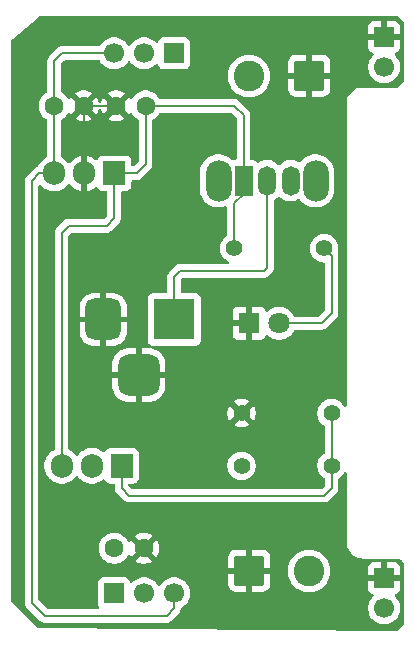
<source format=gbr>
%TF.GenerationSoftware,KiCad,Pcbnew,9.0.2*%
%TF.CreationDate,2025-06-13T20:10:21+08:00*%
%TF.ProjectId,Breadboard Power Supply,42726561-6462-46f6-9172-6420506f7765,1*%
%TF.SameCoordinates,Original*%
%TF.FileFunction,Copper,L2,Bot*%
%TF.FilePolarity,Positive*%
%FSLAX46Y46*%
G04 Gerber Fmt 4.6, Leading zero omitted, Abs format (unit mm)*
G04 Created by KiCad (PCBNEW 9.0.2) date 2025-06-13 20:10:21*
%MOMM*%
%LPD*%
G01*
G04 APERTURE LIST*
G04 Aperture macros list*
%AMRoundRect*
0 Rectangle with rounded corners*
0 $1 Rounding radius*
0 $2 $3 $4 $5 $6 $7 $8 $9 X,Y pos of 4 corners*
0 Add a 4 corners polygon primitive as box body*
4,1,4,$2,$3,$4,$5,$6,$7,$8,$9,$2,$3,0*
0 Add four circle primitives for the rounded corners*
1,1,$1+$1,$2,$3*
1,1,$1+$1,$4,$5*
1,1,$1+$1,$6,$7*
1,1,$1+$1,$8,$9*
0 Add four rect primitives between the rounded corners*
20,1,$1+$1,$2,$3,$4,$5,0*
20,1,$1+$1,$4,$5,$6,$7,0*
20,1,$1+$1,$6,$7,$8,$9,0*
20,1,$1+$1,$8,$9,$2,$3,0*%
G04 Aperture macros list end*
%TA.AperFunction,ComponentPad*%
%ADD10C,1.400000*%
%TD*%
%TA.AperFunction,ComponentPad*%
%ADD11C,1.600000*%
%TD*%
%TA.AperFunction,ComponentPad*%
%ADD12O,2.200000X3.500000*%
%TD*%
%TA.AperFunction,ComponentPad*%
%ADD13R,1.500000X2.500000*%
%TD*%
%TA.AperFunction,ComponentPad*%
%ADD14O,1.500000X2.500000*%
%TD*%
%TA.AperFunction,ComponentPad*%
%ADD15R,1.800000X1.800000*%
%TD*%
%TA.AperFunction,ComponentPad*%
%ADD16C,1.800000*%
%TD*%
%TA.AperFunction,ComponentPad*%
%ADD17R,1.905000X2.000000*%
%TD*%
%TA.AperFunction,ComponentPad*%
%ADD18O,1.905000X2.000000*%
%TD*%
%TA.AperFunction,ComponentPad*%
%ADD19RoundRect,0.250000X1.050000X1.050000X-1.050000X1.050000X-1.050000X-1.050000X1.050000X-1.050000X0*%
%TD*%
%TA.AperFunction,ComponentPad*%
%ADD20C,2.600000*%
%TD*%
%TA.AperFunction,ComponentPad*%
%ADD21R,1.700000X1.700000*%
%TD*%
%TA.AperFunction,ComponentPad*%
%ADD22C,1.700000*%
%TD*%
%TA.AperFunction,ComponentPad*%
%ADD23RoundRect,0.250000X-1.050000X-1.050000X1.050000X-1.050000X1.050000X1.050000X-1.050000X1.050000X0*%
%TD*%
%TA.AperFunction,ComponentPad*%
%ADD24R,3.500000X3.500000*%
%TD*%
%TA.AperFunction,ComponentPad*%
%ADD25RoundRect,0.750000X-0.750000X-1.000000X0.750000X-1.000000X0.750000X1.000000X-0.750000X1.000000X0*%
%TD*%
%TA.AperFunction,ComponentPad*%
%ADD26RoundRect,0.875000X-0.875000X-0.875000X0.875000X-0.875000X0.875000X0.875000X-0.875000X0.875000X0*%
%TD*%
%TA.AperFunction,Conductor*%
%ADD27C,0.127000*%
%TD*%
%TA.AperFunction,Conductor*%
%ADD28C,0.152400*%
%TD*%
G04 APERTURE END LIST*
D10*
%TO.P,R3,1*%
%TO.N,GND*%
X138430000Y-95885000D03*
%TO.P,R3,2*%
%TO.N,Net-(U2-ADJ)*%
X146050000Y-95885000D03*
%TD*%
D11*
%TO.P,C1,1*%
%TO.N,/12V*%
X130302000Y-69850000D03*
%TO.P,C1,2*%
%TO.N,GND*%
X127802000Y-69850000D03*
%TD*%
D12*
%TO.P,S1,*%
%TO.N,*%
X136490000Y-76200000D03*
X144690000Y-76200000D03*
D13*
%TO.P,S1,1*%
%TO.N,/12V*%
X138590000Y-76200000D03*
D14*
%TO.P,S1,2*%
%TO.N,/PWR_input*%
X140590000Y-76200000D03*
%TO.P,S1,3*%
%TO.N,unconnected-(S1-Pad3)*%
X142590000Y-76200000D03*
%TD*%
D15*
%TO.P,D1,1,K*%
%TO.N,GND*%
X139065000Y-88265000D03*
D16*
%TO.P,D1,2,A*%
%TO.N,Net-(D1-A)*%
X141605000Y-88265000D03*
%TD*%
D17*
%TO.P,U1,1,VI*%
%TO.N,/12V*%
X127635000Y-75565000D03*
D18*
%TO.P,U1,2,GND*%
%TO.N,GND*%
X125095000Y-75565000D03*
%TO.P,U1,3,VO*%
%TO.N,/5V*%
X122555000Y-75565000D03*
%TD*%
D11*
%TO.P,C2,1*%
%TO.N,/5V*%
X122555000Y-69850000D03*
%TO.P,C2,2*%
%TO.N,GND*%
X125055000Y-69850000D03*
%TD*%
D10*
%TO.P,R2,1*%
%TO.N,Net-(D1-A)*%
X145415000Y-81915000D03*
%TO.P,R2,2*%
%TO.N,/12V*%
X137795000Y-81915000D03*
%TD*%
D19*
%TO.P,J5,1,Pin_1*%
%TO.N,GND*%
X144145000Y-67310000D03*
D20*
%TO.P,J5,2,Pin_2*%
%TO.N,/PWR_OUT_TOP*%
X139065000Y-67310000D03*
%TD*%
D21*
%TO.P,J4,1,Pin_1*%
%TO.N,/3.3V*%
X127635000Y-111125000D03*
D22*
%TO.P,J4,2,Pin_2*%
%TO.N,/PWR_OUT_BOT*%
X130175000Y-111125000D03*
%TO.P,J4,3,Pin_3*%
%TO.N,/5V*%
X132715000Y-111125000D03*
%TD*%
D17*
%TO.P,U2,1,ADJ*%
%TO.N,Net-(U2-ADJ)*%
X128270000Y-100330000D03*
D18*
%TO.P,U2,2,VO*%
%TO.N,/3.3V*%
X125730000Y-100330000D03*
%TO.P,U2,3,VI*%
%TO.N,/12V*%
X123190000Y-100330000D03*
%TD*%
D21*
%TO.P,J3,1,Pin_1*%
%TO.N,/3.3V*%
X132715000Y-65405000D03*
D22*
%TO.P,J3,2,Pin_2*%
%TO.N,/PWR_OUT_TOP*%
X130175000Y-65405000D03*
%TO.P,J3,3,Pin_3*%
%TO.N,/5V*%
X127635000Y-65405000D03*
%TD*%
D23*
%TO.P,J7,1,Pin_1*%
%TO.N,GND*%
X139065000Y-109220000D03*
D20*
%TO.P,J7,2,Pin_2*%
%TO.N,/PWR_OUT_BOT*%
X144145000Y-109220000D03*
%TD*%
D21*
%TO.P,J1,1,Pin_1*%
%TO.N,GND*%
X150495000Y-64028400D03*
D22*
%TO.P,J1,2,Pin_2*%
%TO.N,/PWR_OUT_TOP*%
X150495000Y-66568400D03*
%TD*%
D11*
%TO.P,C3,1*%
%TO.N,/3.3V*%
X127635000Y-107315000D03*
%TO.P,C3,2*%
%TO.N,GND*%
X130135000Y-107315000D03*
%TD*%
D21*
%TO.P,J2,1,Pin_1*%
%TO.N,GND*%
X150495000Y-109850000D03*
D22*
%TO.P,J2,2,Pin_2*%
%TO.N,/PWR_OUT_BOT*%
X150495000Y-112390000D03*
%TD*%
D10*
%TO.P,R1,1*%
%TO.N,Net-(U2-ADJ)*%
X146050000Y-100330000D03*
%TO.P,R1,2*%
%TO.N,/3.3V*%
X138430000Y-100330000D03*
%TD*%
D24*
%TO.P,J6,1*%
%TO.N,/PWR_input*%
X132715000Y-87942500D03*
D25*
%TO.P,J6,2*%
%TO.N,GND*%
X126715000Y-87942500D03*
D26*
%TO.P,J6,3*%
X129715000Y-92642500D03*
%TD*%
D27*
%TO.N,GND*%
X125095000Y-75565000D02*
X125095000Y-69890000D01*
X124420000Y-74890000D02*
X125095000Y-75565000D01*
X124500000Y-69850000D02*
X125055000Y-69850000D01*
X125055000Y-69850000D02*
X127802000Y-69850000D01*
X124460000Y-69890000D02*
X124500000Y-69850000D01*
X125095000Y-69890000D02*
X125055000Y-69850000D01*
D28*
%TO.N,/12V*%
X138590000Y-76200000D02*
X138590000Y-70645000D01*
X127635000Y-75565000D02*
X127635000Y-79375000D01*
X123190000Y-80607219D02*
X123190000Y-100330000D01*
X123787219Y-80010000D02*
X123190000Y-80607219D01*
X130302000Y-74803000D02*
X129540000Y-75565000D01*
X138590000Y-77310000D02*
X137795000Y-78105000D01*
X138590000Y-76200000D02*
X138590000Y-77310000D01*
X137795000Y-69850000D02*
X130302000Y-69850000D01*
X138590000Y-76200000D02*
X138590000Y-75885000D01*
X138590000Y-70645000D02*
X137795000Y-69850000D01*
X127635000Y-79375000D02*
X127000000Y-80010000D01*
X137795000Y-78105000D02*
X137795000Y-81915000D01*
X129540000Y-75565000D02*
X127635000Y-75565000D01*
X138590000Y-75885000D02*
X138430000Y-75725000D01*
X130302000Y-69850000D02*
X130302000Y-74803000D01*
X127000000Y-80010000D02*
X123787219Y-80010000D01*
%TO.N,/5V*%
X132080000Y-113030000D02*
X121751804Y-113030000D01*
X122555000Y-66040000D02*
X123190000Y-65405000D01*
X120650000Y-111928196D02*
X120650000Y-76200000D01*
X123190000Y-65405000D02*
X127635000Y-65405000D01*
X121920000Y-74930000D02*
X122555000Y-75565000D01*
X121751804Y-113030000D02*
X120650000Y-111928196D01*
X132715000Y-111125000D02*
X132715000Y-112395000D01*
X122555000Y-75565000D02*
X122555000Y-69850000D01*
X121285000Y-75565000D02*
X122555000Y-75565000D01*
X120650000Y-76200000D02*
X121285000Y-75565000D01*
X132715000Y-112395000D02*
X132080000Y-113030000D01*
X127508000Y-65532000D02*
X127635000Y-65405000D01*
X122555000Y-69850000D02*
X122428000Y-69850000D01*
X122555000Y-69850000D02*
X122555000Y-66040000D01*
D27*
%TO.N,Net-(D1-A)*%
X145202579Y-88265000D02*
X141605000Y-88265000D01*
X146050000Y-87417579D02*
X145202579Y-88265000D01*
X146050000Y-82550000D02*
X146050000Y-87417579D01*
X145415000Y-81915000D02*
X146050000Y-82550000D01*
D28*
%TO.N,/PWR_input*%
X140590000Y-83565000D02*
X140335000Y-83820000D01*
X140715000Y-76200000D02*
X140970000Y-75945000D01*
X132715000Y-84328000D02*
X132715000Y-87942500D01*
X140335000Y-83820000D02*
X133223000Y-83820000D01*
X140590000Y-76200000D02*
X140590000Y-83565000D01*
X133223000Y-83820000D02*
X132715000Y-84328000D01*
X140590000Y-76200000D02*
X140715000Y-76200000D01*
D27*
%TO.N,Net-(U2-ADJ)*%
X128270000Y-100330000D02*
X128270000Y-102235000D01*
X128905000Y-102870000D02*
X145415000Y-102870000D01*
X145415000Y-102870000D02*
X146050000Y-102235000D01*
X146050000Y-95885000D02*
X146050000Y-100330000D01*
X146050000Y-102235000D02*
X146050000Y-100330000D01*
X128270000Y-102235000D02*
X128905000Y-102870000D01*
%TD*%
%TA.AperFunction,Conductor*%
%TO.N,GND*%
G36*
X151653677Y-62249685D02*
G01*
X151674319Y-62266319D01*
X152109681Y-62701681D01*
X152143166Y-62763004D01*
X152146000Y-62789362D01*
X152146000Y-67766638D01*
X152126315Y-67833677D01*
X152109681Y-67854319D01*
X151674319Y-68289681D01*
X151612996Y-68323166D01*
X151586638Y-68326000D01*
X148081999Y-68326000D01*
X147320000Y-69087999D01*
X147320000Y-95216688D01*
X147300315Y-95283727D01*
X147247511Y-95329482D01*
X147178353Y-95339426D01*
X147114797Y-95310401D01*
X147085516Y-95272985D01*
X147081916Y-95265920D01*
X147076760Y-95255801D01*
X146965690Y-95102927D01*
X146832073Y-94969310D01*
X146679199Y-94858240D01*
X146653728Y-94845262D01*
X146510836Y-94772454D01*
X146331118Y-94714059D01*
X146144486Y-94684500D01*
X146144481Y-94684500D01*
X145955519Y-94684500D01*
X145955514Y-94684500D01*
X145768881Y-94714059D01*
X145589163Y-94772454D01*
X145420800Y-94858240D01*
X145333579Y-94921610D01*
X145267927Y-94969310D01*
X145267925Y-94969312D01*
X145267924Y-94969312D01*
X145134312Y-95102924D01*
X145134312Y-95102925D01*
X145134310Y-95102927D01*
X145086610Y-95168579D01*
X145023240Y-95255800D01*
X144937454Y-95424163D01*
X144879059Y-95603881D01*
X144849500Y-95790513D01*
X144849500Y-95979486D01*
X144879059Y-96166118D01*
X144937454Y-96345836D01*
X145014485Y-96497016D01*
X145023240Y-96514199D01*
X145134310Y-96667073D01*
X145267927Y-96800690D01*
X145354229Y-96863393D01*
X145420796Y-96911757D01*
X145424949Y-96914301D01*
X145423988Y-96915868D01*
X145469078Y-96958435D01*
X145486000Y-97020967D01*
X145486000Y-99194032D01*
X145466315Y-99261071D01*
X145424084Y-99299278D01*
X145424953Y-99300695D01*
X145420807Y-99303235D01*
X145338327Y-99363160D01*
X145267927Y-99414310D01*
X145267925Y-99414312D01*
X145267924Y-99414312D01*
X145134312Y-99547924D01*
X145134312Y-99547925D01*
X145134310Y-99547927D01*
X145086610Y-99613579D01*
X145023240Y-99700800D01*
X144937454Y-99869163D01*
X144879059Y-100048881D01*
X144849500Y-100235513D01*
X144849500Y-100424486D01*
X144879059Y-100611118D01*
X144937454Y-100790836D01*
X145011040Y-100935255D01*
X145023240Y-100959199D01*
X145134310Y-101112073D01*
X145267927Y-101245690D01*
X145354229Y-101308393D01*
X145420796Y-101356757D01*
X145424949Y-101359301D01*
X145423988Y-101360868D01*
X145469078Y-101403435D01*
X145486000Y-101465967D01*
X145486000Y-101950021D01*
X145466315Y-102017060D01*
X145449681Y-102037702D01*
X145217703Y-102269681D01*
X145156380Y-102303166D01*
X145130022Y-102306000D01*
X129189979Y-102306000D01*
X129122940Y-102286315D01*
X129102298Y-102269681D01*
X128874797Y-102042180D01*
X128841312Y-101980857D01*
X128846296Y-101911165D01*
X128888168Y-101855232D01*
X128953632Y-101830815D01*
X128962478Y-101830499D01*
X129270371Y-101830499D01*
X129270372Y-101830499D01*
X129329983Y-101824091D01*
X129464831Y-101773796D01*
X129580046Y-101687546D01*
X129666296Y-101572331D01*
X129716591Y-101437483D01*
X129723000Y-101377873D01*
X129722999Y-100235513D01*
X137229500Y-100235513D01*
X137229500Y-100424486D01*
X137259059Y-100611118D01*
X137317454Y-100790836D01*
X137391040Y-100935255D01*
X137403240Y-100959199D01*
X137514310Y-101112073D01*
X137647927Y-101245690D01*
X137800801Y-101356760D01*
X137865999Y-101389980D01*
X137969163Y-101442545D01*
X137969165Y-101442545D01*
X137969168Y-101442547D01*
X138035175Y-101463994D01*
X138148881Y-101500940D01*
X138335514Y-101530500D01*
X138335519Y-101530500D01*
X138524486Y-101530500D01*
X138711118Y-101500940D01*
X138890832Y-101442547D01*
X139059199Y-101356760D01*
X139212073Y-101245690D01*
X139345690Y-101112073D01*
X139456760Y-100959199D01*
X139542547Y-100790832D01*
X139600940Y-100611118D01*
X139630500Y-100424486D01*
X139630500Y-100235513D01*
X139600940Y-100048881D01*
X139573846Y-99965497D01*
X139542547Y-99869168D01*
X139542545Y-99869165D01*
X139542545Y-99869163D01*
X139470989Y-99728727D01*
X139456760Y-99700801D01*
X139345690Y-99547927D01*
X139212073Y-99414310D01*
X139059199Y-99303240D01*
X139051137Y-99299132D01*
X138890836Y-99217454D01*
X138711118Y-99159059D01*
X138524486Y-99129500D01*
X138524481Y-99129500D01*
X138335519Y-99129500D01*
X138335514Y-99129500D01*
X138148881Y-99159059D01*
X137969163Y-99217454D01*
X137800800Y-99303240D01*
X137713579Y-99366610D01*
X137647927Y-99414310D01*
X137647925Y-99414312D01*
X137647924Y-99414312D01*
X137514312Y-99547924D01*
X137514312Y-99547925D01*
X137514310Y-99547927D01*
X137466610Y-99613579D01*
X137403240Y-99700800D01*
X137317454Y-99869163D01*
X137259059Y-100048881D01*
X137229500Y-100235513D01*
X129722999Y-100235513D01*
X129722999Y-99282128D01*
X129716591Y-99222517D01*
X129714702Y-99217453D01*
X129666297Y-99087671D01*
X129666293Y-99087664D01*
X129580047Y-98972455D01*
X129580044Y-98972452D01*
X129464835Y-98886206D01*
X129464828Y-98886202D01*
X129329982Y-98835908D01*
X129329983Y-98835908D01*
X129270383Y-98829501D01*
X129270381Y-98829500D01*
X129270373Y-98829500D01*
X129270364Y-98829500D01*
X127269629Y-98829500D01*
X127269623Y-98829501D01*
X127210016Y-98835908D01*
X127075171Y-98886202D01*
X127075164Y-98886206D01*
X126959955Y-98972452D01*
X126959952Y-98972455D01*
X126873706Y-99087664D01*
X126873703Y-99087670D01*
X126863308Y-99115541D01*
X126821436Y-99171474D01*
X126755972Y-99195891D01*
X126687699Y-99181039D01*
X126674250Y-99172531D01*
X126491538Y-99039783D01*
X126491530Y-99039779D01*
X126287755Y-98935950D01*
X126070248Y-98865278D01*
X125884812Y-98835908D01*
X125844354Y-98829500D01*
X125615646Y-98829500D01*
X125575188Y-98835908D01*
X125389753Y-98865278D01*
X125389750Y-98865278D01*
X125172244Y-98935950D01*
X124968461Y-99039783D01*
X124902551Y-99087670D01*
X124783434Y-99174214D01*
X124783432Y-99174216D01*
X124783431Y-99174216D01*
X124621715Y-99335932D01*
X124560318Y-99420438D01*
X124504987Y-99463103D01*
X124435374Y-99469082D01*
X124373579Y-99436476D01*
X124359682Y-99420438D01*
X124348773Y-99405423D01*
X124298286Y-99335934D01*
X124136566Y-99174214D01*
X124017440Y-99087664D01*
X123951533Y-99039779D01*
X123834405Y-98980099D01*
X123783609Y-98932125D01*
X123766700Y-98869615D01*
X123766700Y-96892882D01*
X137775669Y-96892882D01*
X137775670Y-96892883D01*
X137801059Y-96911329D01*
X137969362Y-96997085D01*
X138148997Y-97055451D01*
X138335553Y-97085000D01*
X138524447Y-97085000D01*
X138711002Y-97055451D01*
X138890637Y-96997085D01*
X139058937Y-96911331D01*
X139084328Y-96892883D01*
X139084328Y-96892882D01*
X138430001Y-96238554D01*
X138430000Y-96238554D01*
X137775669Y-96892882D01*
X123766700Y-96892882D01*
X123766700Y-95790552D01*
X137230000Y-95790552D01*
X137230000Y-95979447D01*
X137259548Y-96166002D01*
X137317914Y-96345637D01*
X137403666Y-96513933D01*
X137422116Y-96539328D01*
X138076446Y-95885000D01*
X138076446Y-95884999D01*
X138030369Y-95838922D01*
X138080000Y-95838922D01*
X138080000Y-95931078D01*
X138103852Y-96020095D01*
X138149930Y-96099905D01*
X138215095Y-96165070D01*
X138294905Y-96211148D01*
X138383922Y-96235000D01*
X138476078Y-96235000D01*
X138565095Y-96211148D01*
X138644905Y-96165070D01*
X138710070Y-96099905D01*
X138756148Y-96020095D01*
X138780000Y-95931078D01*
X138780000Y-95884999D01*
X138783554Y-95884999D01*
X138783554Y-95885000D01*
X139437882Y-96539328D01*
X139437883Y-96539328D01*
X139456331Y-96513937D01*
X139542085Y-96345637D01*
X139600451Y-96166002D01*
X139630000Y-95979447D01*
X139630000Y-95790552D01*
X139600451Y-95603997D01*
X139542085Y-95424362D01*
X139456329Y-95256059D01*
X139437883Y-95230670D01*
X139437882Y-95230669D01*
X138783554Y-95884999D01*
X138780000Y-95884999D01*
X138780000Y-95838922D01*
X138756148Y-95749905D01*
X138710070Y-95670095D01*
X138644905Y-95604930D01*
X138565095Y-95558852D01*
X138476078Y-95535000D01*
X138383922Y-95535000D01*
X138294905Y-95558852D01*
X138215095Y-95604930D01*
X138149930Y-95670095D01*
X138103852Y-95749905D01*
X138080000Y-95838922D01*
X138030369Y-95838922D01*
X137422116Y-95230669D01*
X137422116Y-95230670D01*
X137403669Y-95256060D01*
X137317914Y-95424362D01*
X137259548Y-95603997D01*
X137230000Y-95790552D01*
X123766700Y-95790552D01*
X123766700Y-86878303D01*
X124715000Y-86878303D01*
X124715000Y-87692500D01*
X126215000Y-87692500D01*
X126215000Y-88192500D01*
X124715001Y-88192500D01*
X124715001Y-89006697D01*
X124725400Y-89138832D01*
X124780377Y-89357019D01*
X124873428Y-89561874D01*
X124873431Y-89561880D01*
X125001559Y-89746823D01*
X125001569Y-89746835D01*
X125160664Y-89905930D01*
X125160676Y-89905940D01*
X125345619Y-90034068D01*
X125345625Y-90034071D01*
X125550480Y-90127122D01*
X125768667Y-90182099D01*
X125900810Y-90192499D01*
X126464999Y-90192499D01*
X126465000Y-90192498D01*
X126465000Y-89375512D01*
X126522007Y-89408425D01*
X126649174Y-89442500D01*
X126780826Y-89442500D01*
X126907993Y-89408425D01*
X126965000Y-89375512D01*
X126965000Y-90192499D01*
X127529182Y-90192499D01*
X127529197Y-90192498D01*
X127661332Y-90182099D01*
X127879519Y-90127122D01*
X128084374Y-90034071D01*
X128084380Y-90034068D01*
X128269323Y-89905940D01*
X128269335Y-89905930D01*
X128428430Y-89746835D01*
X128428440Y-89746823D01*
X128556568Y-89561880D01*
X128556571Y-89561874D01*
X128649622Y-89357019D01*
X128704599Y-89138832D01*
X128714999Y-89006696D01*
X128715000Y-89006684D01*
X128715000Y-88192500D01*
X127215000Y-88192500D01*
X127215000Y-87692500D01*
X128714999Y-87692500D01*
X128714999Y-86878317D01*
X128714998Y-86878302D01*
X128704599Y-86746167D01*
X128649622Y-86527980D01*
X128556571Y-86323125D01*
X128556568Y-86323119D01*
X128428440Y-86138176D01*
X128428430Y-86138164D01*
X128269335Y-85979069D01*
X128269323Y-85979059D01*
X128084380Y-85850931D01*
X128084374Y-85850928D01*
X127879519Y-85757877D01*
X127661332Y-85702900D01*
X127529196Y-85692500D01*
X126965000Y-85692500D01*
X126965000Y-86509488D01*
X126907993Y-86476575D01*
X126780826Y-86442500D01*
X126649174Y-86442500D01*
X126522007Y-86476575D01*
X126465000Y-86509488D01*
X126465000Y-85692500D01*
X125900817Y-85692500D01*
X125900802Y-85692501D01*
X125768667Y-85702900D01*
X125550480Y-85757877D01*
X125345625Y-85850928D01*
X125345619Y-85850931D01*
X125160676Y-85979059D01*
X125160664Y-85979069D01*
X125001569Y-86138164D01*
X125001559Y-86138176D01*
X124873431Y-86323119D01*
X124873428Y-86323125D01*
X124780377Y-86527980D01*
X124725400Y-86746167D01*
X124715000Y-86878303D01*
X123766700Y-86878303D01*
X123766700Y-80897458D01*
X123786385Y-80830419D01*
X123803019Y-80809777D01*
X123989777Y-80623019D01*
X124051100Y-80589534D01*
X124077458Y-80586700D01*
X127075922Y-80586700D01*
X127075924Y-80586700D01*
X127222598Y-80547399D01*
X127354102Y-80471475D01*
X128096475Y-79729102D01*
X128172399Y-79597598D01*
X128211700Y-79450924D01*
X128211700Y-79299076D01*
X128211700Y-77189499D01*
X128231385Y-77122460D01*
X128284189Y-77076705D01*
X128335700Y-77065499D01*
X128635371Y-77065499D01*
X128635372Y-77065499D01*
X128694983Y-77059091D01*
X128829831Y-77008796D01*
X128945046Y-76922546D01*
X129031296Y-76807331D01*
X129081591Y-76672483D01*
X129088000Y-76612873D01*
X129088000Y-76265700D01*
X129107685Y-76198661D01*
X129160489Y-76152906D01*
X129212000Y-76141700D01*
X129615922Y-76141700D01*
X129615924Y-76141700D01*
X129762598Y-76102399D01*
X129894102Y-76026475D01*
X130763475Y-75157102D01*
X130839399Y-75025598D01*
X130878700Y-74878924D01*
X130878700Y-74727076D01*
X130878700Y-71091728D01*
X130898385Y-71024689D01*
X130946405Y-70981243D01*
X130983610Y-70962287D01*
X131149219Y-70841966D01*
X131293966Y-70697219D01*
X131414287Y-70531610D01*
X131433243Y-70494405D01*
X131481217Y-70443609D01*
X131543728Y-70426700D01*
X137504761Y-70426700D01*
X137571800Y-70446385D01*
X137592442Y-70463019D01*
X137976981Y-70847558D01*
X138010466Y-70908881D01*
X138013300Y-70935239D01*
X138013300Y-74325500D01*
X138011533Y-74331514D01*
X138012701Y-74337675D01*
X138001806Y-74364641D01*
X137993615Y-74392539D01*
X137988877Y-74396643D01*
X137986529Y-74402458D01*
X137962782Y-74419255D01*
X137940811Y-74438294D01*
X137933314Y-74440100D01*
X137929488Y-74442807D01*
X137905493Y-74446803D01*
X137894811Y-74449377D01*
X137892033Y-74449500D01*
X137792128Y-74449501D01*
X137732517Y-74455909D01*
X137730422Y-74456690D01*
X137717701Y-74457256D01*
X137687401Y-74449804D01*
X137656683Y-74444262D01*
X137652450Y-74441209D01*
X137649853Y-74440571D01*
X137646159Y-74436673D01*
X137624509Y-74421060D01*
X137532654Y-74329205D01*
X137532649Y-74329201D01*
X137328848Y-74181132D01*
X137328847Y-74181131D01*
X137328845Y-74181130D01*
X137258747Y-74145413D01*
X137104383Y-74066760D01*
X136864785Y-73988910D01*
X136615962Y-73949500D01*
X136364038Y-73949500D01*
X136239626Y-73969205D01*
X136115214Y-73988910D01*
X135875616Y-74066760D01*
X135651151Y-74181132D01*
X135447350Y-74329201D01*
X135447345Y-74329205D01*
X135269205Y-74507345D01*
X135269201Y-74507350D01*
X135121132Y-74711151D01*
X135006760Y-74935616D01*
X134928910Y-75175214D01*
X134928910Y-75175215D01*
X134889500Y-75424038D01*
X134889500Y-76975962D01*
X134903681Y-77065498D01*
X134928910Y-77224785D01*
X135006760Y-77464383D01*
X135038999Y-77527654D01*
X135103286Y-77653825D01*
X135121132Y-77688848D01*
X135269201Y-77892649D01*
X135269205Y-77892654D01*
X135447345Y-78070794D01*
X135447350Y-78070798D01*
X135625117Y-78199952D01*
X135651155Y-78218870D01*
X135794184Y-78291747D01*
X135875616Y-78333239D01*
X135875618Y-78333239D01*
X135875621Y-78333241D01*
X136115215Y-78411090D01*
X136364038Y-78450500D01*
X136364039Y-78450500D01*
X136615961Y-78450500D01*
X136615962Y-78450500D01*
X136864785Y-78411090D01*
X137055982Y-78348965D01*
X137125823Y-78346971D01*
X137185656Y-78383051D01*
X137216484Y-78445752D01*
X137218300Y-78466897D01*
X137218300Y-80786915D01*
X137198615Y-80853954D01*
X137167186Y-80887233D01*
X137012925Y-80999311D01*
X136879312Y-81132924D01*
X136879312Y-81132925D01*
X136879310Y-81132927D01*
X136831610Y-81198579D01*
X136768240Y-81285800D01*
X136682454Y-81454163D01*
X136624059Y-81633881D01*
X136594500Y-81820513D01*
X136594500Y-82009486D01*
X136624059Y-82196118D01*
X136682454Y-82375836D01*
X136768240Y-82544199D01*
X136879310Y-82697073D01*
X137012927Y-82830690D01*
X137165801Y-82941760D01*
X137269102Y-82994394D01*
X137297404Y-83008815D01*
X137348200Y-83056790D01*
X137364995Y-83124611D01*
X137342458Y-83190745D01*
X137287743Y-83234197D01*
X137241109Y-83243300D01*
X133298924Y-83243300D01*
X133147075Y-83243300D01*
X133012425Y-83279379D01*
X133000398Y-83282602D01*
X132868901Y-83358522D01*
X132868895Y-83358527D01*
X132253527Y-83973895D01*
X132253522Y-83973901D01*
X132177602Y-84105398D01*
X132177602Y-84105399D01*
X132138300Y-84252076D01*
X132138300Y-85568000D01*
X132118615Y-85635039D01*
X132065811Y-85680794D01*
X132014300Y-85692000D01*
X130917129Y-85692000D01*
X130917123Y-85692001D01*
X130857516Y-85698408D01*
X130722671Y-85748702D01*
X130722664Y-85748706D01*
X130607455Y-85834952D01*
X130607452Y-85834955D01*
X130521206Y-85950164D01*
X130521202Y-85950171D01*
X130470908Y-86085017D01*
X130464501Y-86144616D01*
X130464501Y-86144623D01*
X130464500Y-86144635D01*
X130464500Y-89740370D01*
X130464501Y-89740376D01*
X130470908Y-89799983D01*
X130521202Y-89934828D01*
X130521206Y-89934835D01*
X130607452Y-90050044D01*
X130607455Y-90050047D01*
X130722664Y-90136293D01*
X130722673Y-90136298D01*
X130771506Y-90154511D01*
X130827440Y-90196381D01*
X130851858Y-90261845D01*
X130837007Y-90330118D01*
X130787603Y-90379524D01*
X130721598Y-90394518D01*
X130683625Y-90392501D01*
X130683579Y-90392500D01*
X129965000Y-90392500D01*
X129965000Y-92142500D01*
X129465000Y-92142500D01*
X129465000Y-90392500D01*
X128746423Y-90392500D01*
X128746411Y-90392501D01*
X128693808Y-90395294D01*
X128464012Y-90439737D01*
X128245024Y-90522379D01*
X128043158Y-90640839D01*
X128043151Y-90640844D01*
X127864213Y-90791711D01*
X127864211Y-90791713D01*
X127713344Y-90970651D01*
X127713339Y-90970658D01*
X127594879Y-91172524D01*
X127512237Y-91391512D01*
X127467794Y-91621308D01*
X127467794Y-91621309D01*
X127465001Y-91673882D01*
X127465000Y-91673921D01*
X127465000Y-92392500D01*
X128281988Y-92392500D01*
X128249075Y-92449507D01*
X128215000Y-92576674D01*
X128215000Y-92708326D01*
X128249075Y-92835493D01*
X128281988Y-92892500D01*
X127465001Y-92892500D01*
X127465001Y-93611088D01*
X127467794Y-93663691D01*
X127512237Y-93893487D01*
X127594879Y-94112475D01*
X127713339Y-94314341D01*
X127713344Y-94314348D01*
X127864211Y-94493286D01*
X127864213Y-94493288D01*
X128043151Y-94644155D01*
X128043158Y-94644160D01*
X128245024Y-94762620D01*
X128464012Y-94845262D01*
X128693809Y-94889705D01*
X128746382Y-94892498D01*
X128746421Y-94892499D01*
X129464999Y-94892499D01*
X129465000Y-94892498D01*
X129465000Y-93142500D01*
X129965000Y-93142500D01*
X129965000Y-94892499D01*
X130683576Y-94892499D01*
X130683588Y-94892498D01*
X130736191Y-94889705D01*
X130801283Y-94877116D01*
X137775669Y-94877116D01*
X138430000Y-95531446D01*
X138430001Y-95531446D01*
X139084328Y-94877116D01*
X139058933Y-94858666D01*
X138890637Y-94772914D01*
X138711002Y-94714548D01*
X138524447Y-94685000D01*
X138335553Y-94685000D01*
X138148997Y-94714548D01*
X137969362Y-94772914D01*
X137801060Y-94858669D01*
X137775670Y-94877116D01*
X137775669Y-94877116D01*
X130801283Y-94877116D01*
X130965987Y-94845262D01*
X131063770Y-94808361D01*
X131184975Y-94762620D01*
X131386841Y-94644160D01*
X131386848Y-94644155D01*
X131565786Y-94493288D01*
X131565788Y-94493286D01*
X131716655Y-94314348D01*
X131716660Y-94314341D01*
X131835120Y-94112475D01*
X131917762Y-93893487D01*
X131962205Y-93663691D01*
X131962205Y-93663690D01*
X131964998Y-93611117D01*
X131965000Y-93611078D01*
X131965000Y-92892500D01*
X131148012Y-92892500D01*
X131180925Y-92835493D01*
X131215000Y-92708326D01*
X131215000Y-92576674D01*
X131180925Y-92449507D01*
X131148012Y-92392500D01*
X131964999Y-92392500D01*
X131964999Y-91673923D01*
X131964998Y-91673911D01*
X131962205Y-91621308D01*
X131917762Y-91391512D01*
X131835120Y-91172524D01*
X131716660Y-90970658D01*
X131716655Y-90970651D01*
X131565788Y-90791713D01*
X131565786Y-90791711D01*
X131386848Y-90640844D01*
X131386841Y-90640839D01*
X131184975Y-90522379D01*
X130965984Y-90439736D01*
X130960840Y-90438741D01*
X130898760Y-90406680D01*
X130863869Y-90346146D01*
X130867244Y-90276358D01*
X130907814Y-90219473D01*
X130972697Y-90193552D01*
X130984374Y-90192999D01*
X134512872Y-90192999D01*
X134572483Y-90186591D01*
X134707331Y-90136296D01*
X134822546Y-90050046D01*
X134908796Y-89934831D01*
X134959091Y-89799983D01*
X134965500Y-89740373D01*
X134965499Y-87317155D01*
X137665000Y-87317155D01*
X137665000Y-88015000D01*
X138689722Y-88015000D01*
X138645667Y-88091306D01*
X138615000Y-88205756D01*
X138615000Y-88324244D01*
X138645667Y-88438694D01*
X138689722Y-88515000D01*
X137665000Y-88515000D01*
X137665000Y-89212844D01*
X137671401Y-89272372D01*
X137671403Y-89272379D01*
X137721645Y-89407086D01*
X137721649Y-89407093D01*
X137807809Y-89522187D01*
X137807812Y-89522190D01*
X137922906Y-89608350D01*
X137922913Y-89608354D01*
X138057620Y-89658596D01*
X138057627Y-89658598D01*
X138117155Y-89664999D01*
X138117172Y-89665000D01*
X138815000Y-89665000D01*
X138815000Y-88640277D01*
X138891306Y-88684333D01*
X139005756Y-88715000D01*
X139124244Y-88715000D01*
X139238694Y-88684333D01*
X139315000Y-88640277D01*
X139315000Y-89665000D01*
X140012828Y-89665000D01*
X140012844Y-89664999D01*
X140072372Y-89658598D01*
X140072379Y-89658596D01*
X140207086Y-89608354D01*
X140207093Y-89608350D01*
X140322187Y-89522190D01*
X140322190Y-89522187D01*
X140408350Y-89407093D01*
X140408354Y-89407086D01*
X140438213Y-89327031D01*
X140480084Y-89271097D01*
X140545548Y-89246680D01*
X140613821Y-89261531D01*
X140642076Y-89282683D01*
X140692636Y-89333243D01*
X140692641Y-89333247D01*
X140796116Y-89408425D01*
X140870978Y-89462815D01*
X140987501Y-89522187D01*
X141067393Y-89562895D01*
X141067396Y-89562896D01*
X141172221Y-89596955D01*
X141277049Y-89631015D01*
X141494778Y-89665500D01*
X141494779Y-89665500D01*
X141715221Y-89665500D01*
X141715222Y-89665500D01*
X141932951Y-89631015D01*
X142142606Y-89562895D01*
X142339022Y-89462815D01*
X142517365Y-89333242D01*
X142673242Y-89177365D01*
X142802815Y-88999022D01*
X142854948Y-88896704D01*
X142902923Y-88845909D01*
X142965433Y-88829000D01*
X145276830Y-88829000D01*
X145276832Y-88829000D01*
X145420275Y-88790565D01*
X145548883Y-88716313D01*
X145653892Y-88611304D01*
X145653892Y-88611302D01*
X145664096Y-88601099D01*
X145664100Y-88601094D01*
X146386094Y-87879100D01*
X146386099Y-87879096D01*
X146396302Y-87868892D01*
X146396304Y-87868892D01*
X146501313Y-87763883D01*
X146575565Y-87635275D01*
X146614000Y-87491831D01*
X146614000Y-82634255D01*
X146614001Y-82634242D01*
X146614001Y-82475750D01*
X146614001Y-82475748D01*
X146575565Y-82332304D01*
X146575563Y-82332301D01*
X146575563Y-82332299D01*
X146574088Y-82328738D01*
X146573738Y-82325490D01*
X146573461Y-82324454D01*
X146573622Y-82324410D01*
X146566618Y-82259269D01*
X146570715Y-82242973D01*
X146585940Y-82196118D01*
X146599077Y-82113168D01*
X146615500Y-82009486D01*
X146615500Y-81820513D01*
X146585940Y-81633881D01*
X146527545Y-81454163D01*
X146441759Y-81285800D01*
X146330690Y-81132927D01*
X146197073Y-80999310D01*
X146044199Y-80888240D01*
X146042223Y-80887233D01*
X145875836Y-80802454D01*
X145696118Y-80744059D01*
X145509486Y-80714500D01*
X145509481Y-80714500D01*
X145320519Y-80714500D01*
X145320514Y-80714500D01*
X145133881Y-80744059D01*
X144954163Y-80802454D01*
X144785800Y-80888240D01*
X144698579Y-80951610D01*
X144632927Y-80999310D01*
X144632925Y-80999312D01*
X144632924Y-80999312D01*
X144499312Y-81132924D01*
X144499312Y-81132925D01*
X144499310Y-81132927D01*
X144451610Y-81198579D01*
X144388240Y-81285800D01*
X144302454Y-81454163D01*
X144244059Y-81633881D01*
X144214500Y-81820513D01*
X144214500Y-82009486D01*
X144244059Y-82196118D01*
X144302454Y-82375836D01*
X144388240Y-82544199D01*
X144499310Y-82697073D01*
X144632927Y-82830690D01*
X144785801Y-82941760D01*
X144865347Y-82982290D01*
X144954163Y-83027545D01*
X144954165Y-83027545D01*
X144954168Y-83027547D01*
X145044168Y-83056790D01*
X145133881Y-83085940D01*
X145320514Y-83115500D01*
X145320519Y-83115500D01*
X145362000Y-83115500D01*
X145429039Y-83135185D01*
X145474794Y-83187989D01*
X145486000Y-83239500D01*
X145486000Y-87132601D01*
X145466315Y-87199640D01*
X145449681Y-87220282D01*
X145005282Y-87664681D01*
X144943959Y-87698166D01*
X144917601Y-87701000D01*
X142965433Y-87701000D01*
X142898394Y-87681315D01*
X142854948Y-87633295D01*
X142802815Y-87530978D01*
X142774373Y-87491831D01*
X142673247Y-87352641D01*
X142673243Y-87352636D01*
X142517363Y-87196756D01*
X142517358Y-87196752D01*
X142339025Y-87067187D01*
X142339024Y-87067186D01*
X142339022Y-87067185D01*
X142276096Y-87035122D01*
X142142606Y-86967104D01*
X142142603Y-86967103D01*
X141932952Y-86898985D01*
X141792085Y-86876674D01*
X141715222Y-86864500D01*
X141494778Y-86864500D01*
X141422201Y-86875995D01*
X141277047Y-86898985D01*
X141067396Y-86967103D01*
X141067393Y-86967104D01*
X140870974Y-87067187D01*
X140692641Y-87196752D01*
X140692636Y-87196756D01*
X140642075Y-87247317D01*
X140580752Y-87280801D01*
X140511060Y-87275816D01*
X140455127Y-87233945D01*
X140438213Y-87202968D01*
X140408354Y-87122913D01*
X140408350Y-87122906D01*
X140322190Y-87007812D01*
X140322187Y-87007809D01*
X140207093Y-86921649D01*
X140207086Y-86921645D01*
X140072379Y-86871403D01*
X140072372Y-86871401D01*
X140012844Y-86865000D01*
X139315000Y-86865000D01*
X139315000Y-87889722D01*
X139238694Y-87845667D01*
X139124244Y-87815000D01*
X139005756Y-87815000D01*
X138891306Y-87845667D01*
X138815000Y-87889722D01*
X138815000Y-86865000D01*
X138117155Y-86865000D01*
X138057627Y-86871401D01*
X138057620Y-86871403D01*
X137922913Y-86921645D01*
X137922906Y-86921649D01*
X137807812Y-87007809D01*
X137807809Y-87007812D01*
X137721649Y-87122906D01*
X137721645Y-87122913D01*
X137671403Y-87257620D01*
X137671401Y-87257627D01*
X137665000Y-87317155D01*
X134965499Y-87317155D01*
X134965499Y-86144628D01*
X134959091Y-86085017D01*
X134919571Y-85979059D01*
X134908797Y-85950171D01*
X134908793Y-85950164D01*
X134822547Y-85834955D01*
X134822544Y-85834952D01*
X134707335Y-85748706D01*
X134707328Y-85748702D01*
X134572482Y-85698408D01*
X134572483Y-85698408D01*
X134512883Y-85692001D01*
X134512881Y-85692000D01*
X134512873Y-85692000D01*
X134512865Y-85692000D01*
X133415700Y-85692000D01*
X133348661Y-85672315D01*
X133302906Y-85619511D01*
X133291700Y-85568000D01*
X133291700Y-84618239D01*
X133300344Y-84588798D01*
X133306868Y-84558812D01*
X133310622Y-84553796D01*
X133311385Y-84551200D01*
X133328019Y-84530558D01*
X133425558Y-84433019D01*
X133486881Y-84399534D01*
X133513239Y-84396700D01*
X140410922Y-84396700D01*
X140410924Y-84396700D01*
X140557598Y-84357399D01*
X140689102Y-84281475D01*
X141051475Y-83919102D01*
X141127399Y-83787598D01*
X141166700Y-83640925D01*
X141166700Y-83489076D01*
X141166700Y-77885612D01*
X141186385Y-77818574D01*
X141234412Y-77775125D01*
X141245402Y-77769526D01*
X141265738Y-77754751D01*
X141404646Y-77653828D01*
X141502319Y-77556155D01*
X141563642Y-77522670D01*
X141633334Y-77527654D01*
X141677681Y-77556155D01*
X141775354Y-77653828D01*
X141934595Y-77769524D01*
X141994938Y-77800270D01*
X142109970Y-77858882D01*
X142109972Y-77858882D01*
X142109975Y-77858884D01*
X142192235Y-77885612D01*
X142297173Y-77919709D01*
X142491578Y-77950500D01*
X142491583Y-77950500D01*
X142688422Y-77950500D01*
X142882826Y-77919709D01*
X142962574Y-77893797D01*
X143070025Y-77858884D01*
X143245405Y-77769524D01*
X143245409Y-77769520D01*
X143249087Y-77767647D01*
X143317756Y-77754751D01*
X143382497Y-77781027D01*
X143405699Y-77805245D01*
X143469207Y-77892656D01*
X143469209Y-77892658D01*
X143647345Y-78070794D01*
X143647350Y-78070798D01*
X143825117Y-78199952D01*
X143851155Y-78218870D01*
X143994184Y-78291747D01*
X144075616Y-78333239D01*
X144075618Y-78333239D01*
X144075621Y-78333241D01*
X144315215Y-78411090D01*
X144564038Y-78450500D01*
X144564039Y-78450500D01*
X144815961Y-78450500D01*
X144815962Y-78450500D01*
X145064785Y-78411090D01*
X145304379Y-78333241D01*
X145528845Y-78218870D01*
X145732656Y-78070793D01*
X145910793Y-77892656D01*
X146058870Y-77688845D01*
X146173241Y-77464379D01*
X146251090Y-77224785D01*
X146290500Y-76975962D01*
X146290500Y-75424038D01*
X146251090Y-75175215D01*
X146173241Y-74935621D01*
X146173239Y-74935618D01*
X146173239Y-74935616D01*
X146081700Y-74755962D01*
X146058870Y-74711155D01*
X146030351Y-74671902D01*
X145910798Y-74507350D01*
X145910794Y-74507345D01*
X145732654Y-74329205D01*
X145732649Y-74329201D01*
X145528848Y-74181132D01*
X145528847Y-74181131D01*
X145528845Y-74181130D01*
X145458747Y-74145413D01*
X145304383Y-74066760D01*
X145064785Y-73988910D01*
X144815962Y-73949500D01*
X144564038Y-73949500D01*
X144439626Y-73969205D01*
X144315214Y-73988910D01*
X144075616Y-74066760D01*
X143851151Y-74181132D01*
X143647350Y-74329201D01*
X143647345Y-74329205D01*
X143469209Y-74507341D01*
X143469202Y-74507350D01*
X143405699Y-74594753D01*
X143350369Y-74637419D01*
X143280756Y-74643397D01*
X143249087Y-74632352D01*
X143070029Y-74541117D01*
X142882826Y-74480290D01*
X142688422Y-74449500D01*
X142688417Y-74449500D01*
X142491583Y-74449500D01*
X142491578Y-74449500D01*
X142297173Y-74480290D01*
X142109970Y-74541117D01*
X141934594Y-74630476D01*
X141877577Y-74671902D01*
X141775354Y-74746172D01*
X141775352Y-74746174D01*
X141775351Y-74746174D01*
X141677681Y-74843845D01*
X141616358Y-74877330D01*
X141546666Y-74872346D01*
X141502319Y-74843845D01*
X141404648Y-74746174D01*
X141404646Y-74746172D01*
X141245405Y-74630476D01*
X141186460Y-74600442D01*
X141070029Y-74541117D01*
X140882826Y-74480290D01*
X140688422Y-74449500D01*
X140688417Y-74449500D01*
X140491583Y-74449500D01*
X140491578Y-74449500D01*
X140297173Y-74480290D01*
X140109970Y-74541117D01*
X139934595Y-74630475D01*
X139898385Y-74656784D01*
X139832578Y-74680263D01*
X139764524Y-74664437D01*
X139726235Y-74630778D01*
X139697546Y-74592454D01*
X139697544Y-74592452D01*
X139697543Y-74592451D01*
X139582335Y-74506206D01*
X139582328Y-74506202D01*
X139447482Y-74455908D01*
X139447483Y-74455908D01*
X139387883Y-74449501D01*
X139387881Y-74449500D01*
X139387873Y-74449500D01*
X139387865Y-74449500D01*
X139290700Y-74449500D01*
X139223661Y-74429815D01*
X139177906Y-74377011D01*
X139166700Y-74325500D01*
X139166700Y-70569078D01*
X139166700Y-70569076D01*
X139127399Y-70422402D01*
X139051475Y-70290898D01*
X138944102Y-70183525D01*
X138149102Y-69388525D01*
X138149100Y-69388524D01*
X138149098Y-69388522D01*
X138017600Y-69312602D01*
X138017599Y-69312601D01*
X138017598Y-69312601D01*
X137870924Y-69273300D01*
X137870923Y-69273300D01*
X131543728Y-69273300D01*
X131476689Y-69253615D01*
X131433243Y-69205594D01*
X131414416Y-69168644D01*
X131414287Y-69168390D01*
X131293966Y-69002781D01*
X131149219Y-68858034D01*
X131149213Y-68858028D01*
X130983613Y-68737715D01*
X130983612Y-68737714D01*
X130983610Y-68737713D01*
X130926653Y-68708691D01*
X130801223Y-68644781D01*
X130606534Y-68581522D01*
X130431995Y-68553878D01*
X130404352Y-68549500D01*
X130199648Y-68549500D01*
X130175329Y-68553351D01*
X129997465Y-68581522D01*
X129802776Y-68644781D01*
X129620386Y-68737715D01*
X129454786Y-68858028D01*
X129310028Y-69002786D01*
X129189714Y-69168386D01*
X129162203Y-69222379D01*
X129114227Y-69273174D01*
X129046406Y-69289968D01*
X128980272Y-69267429D01*
X128941234Y-69222376D01*
X128913861Y-69168652D01*
X128881474Y-69124077D01*
X128881474Y-69124076D01*
X128202000Y-69803551D01*
X128202000Y-69797339D01*
X128174741Y-69695606D01*
X128122080Y-69604394D01*
X128047606Y-69529920D01*
X127956394Y-69477259D01*
X127854661Y-69450000D01*
X127848446Y-69450000D01*
X128527922Y-68770524D01*
X128527921Y-68770523D01*
X128483359Y-68738147D01*
X128483350Y-68738141D01*
X128301031Y-68645244D01*
X128106417Y-68582009D01*
X127904317Y-68550000D01*
X127699683Y-68550000D01*
X127497582Y-68582009D01*
X127302968Y-68645244D01*
X127120644Y-68738143D01*
X127076077Y-68770523D01*
X127076077Y-68770524D01*
X127755554Y-69450000D01*
X127749339Y-69450000D01*
X127647606Y-69477259D01*
X127556394Y-69529920D01*
X127481920Y-69604394D01*
X127429259Y-69695606D01*
X127402000Y-69797339D01*
X127402000Y-69803553D01*
X126722524Y-69124077D01*
X126722523Y-69124077D01*
X126690143Y-69168644D01*
X126597244Y-69350968D01*
X126546431Y-69507354D01*
X126506993Y-69565029D01*
X126442634Y-69592227D01*
X126373788Y-69580312D01*
X126322312Y-69533067D01*
X126310569Y-69507354D01*
X126259755Y-69350968D01*
X126166859Y-69168650D01*
X126134474Y-69124077D01*
X126134474Y-69124076D01*
X125455000Y-69803551D01*
X125455000Y-69797339D01*
X125427741Y-69695606D01*
X125375080Y-69604394D01*
X125300606Y-69529920D01*
X125209394Y-69477259D01*
X125107661Y-69450000D01*
X125101446Y-69450000D01*
X125780922Y-68770524D01*
X125780921Y-68770523D01*
X125736359Y-68738147D01*
X125736350Y-68738141D01*
X125554031Y-68645244D01*
X125359417Y-68582009D01*
X125157317Y-68550000D01*
X124952683Y-68550000D01*
X124750582Y-68582009D01*
X124555968Y-68645244D01*
X124373644Y-68738143D01*
X124329077Y-68770523D01*
X124329077Y-68770524D01*
X125008554Y-69450000D01*
X125002339Y-69450000D01*
X124900606Y-69477259D01*
X124809394Y-69529920D01*
X124734920Y-69604394D01*
X124682259Y-69695606D01*
X124655000Y-69797339D01*
X124655000Y-69803553D01*
X123975524Y-69124077D01*
X123975523Y-69124077D01*
X123943143Y-69168644D01*
X123915765Y-69222378D01*
X123867790Y-69273174D01*
X123799969Y-69289969D01*
X123733834Y-69267431D01*
X123694795Y-69222378D01*
X123667416Y-69168644D01*
X123667287Y-69168390D01*
X123667285Y-69168387D01*
X123667284Y-69168385D01*
X123546971Y-69002786D01*
X123402213Y-68858028D01*
X123236610Y-68737712D01*
X123236607Y-68737710D01*
X123199403Y-68718753D01*
X123148608Y-68670778D01*
X123131700Y-68608270D01*
X123131700Y-67191995D01*
X137264500Y-67191995D01*
X137264500Y-67428004D01*
X137264501Y-67428020D01*
X137295306Y-67662010D01*
X137356394Y-67889993D01*
X137446714Y-68108045D01*
X137446719Y-68108056D01*
X137511948Y-68221034D01*
X137564727Y-68312450D01*
X137564729Y-68312453D01*
X137564730Y-68312454D01*
X137708406Y-68499697D01*
X137708412Y-68499704D01*
X137875295Y-68666587D01*
X137875302Y-68666593D01*
X137967988Y-68737713D01*
X138062550Y-68810273D01*
X138193918Y-68886118D01*
X138266943Y-68928280D01*
X138266948Y-68928282D01*
X138266951Y-68928284D01*
X138485007Y-69018606D01*
X138712986Y-69079693D01*
X138946989Y-69110500D01*
X138946996Y-69110500D01*
X139183004Y-69110500D01*
X139183011Y-69110500D01*
X139417014Y-69079693D01*
X139644993Y-69018606D01*
X139863049Y-68928284D01*
X140067450Y-68810273D01*
X140254699Y-68666592D01*
X140421592Y-68499699D01*
X140565273Y-68312450D01*
X140683284Y-68108049D01*
X140773606Y-67889993D01*
X140834693Y-67662014D01*
X140865500Y-67428011D01*
X140865500Y-67191989D01*
X140834693Y-66957986D01*
X140773606Y-66730007D01*
X140683284Y-66511951D01*
X140683282Y-66511948D01*
X140683280Y-66511943D01*
X140598971Y-66365917D01*
X140565273Y-66307550D01*
X140561684Y-66302873D01*
X140545936Y-66282349D01*
X140545935Y-66282348D01*
X140490431Y-66210013D01*
X142345000Y-66210013D01*
X142345000Y-67060000D01*
X143544999Y-67060000D01*
X143519979Y-67120402D01*
X143495000Y-67245981D01*
X143495000Y-67374019D01*
X143519979Y-67499598D01*
X143544999Y-67560000D01*
X142345001Y-67560000D01*
X142345001Y-68409986D01*
X142355494Y-68512697D01*
X142410641Y-68679119D01*
X142410643Y-68679124D01*
X142502684Y-68828345D01*
X142626654Y-68952315D01*
X142775875Y-69044356D01*
X142775880Y-69044358D01*
X142942302Y-69099505D01*
X142942309Y-69099506D01*
X143045019Y-69109999D01*
X143894999Y-69109999D01*
X143895000Y-69109998D01*
X143895000Y-67910001D01*
X143955402Y-67935021D01*
X144080981Y-67960000D01*
X144209019Y-67960000D01*
X144334598Y-67935021D01*
X144395000Y-67910001D01*
X144395000Y-69109999D01*
X145244972Y-69109999D01*
X145244986Y-69109998D01*
X145347697Y-69099505D01*
X145514119Y-69044358D01*
X145514124Y-69044356D01*
X145663345Y-68952315D01*
X145787315Y-68828345D01*
X145879356Y-68679124D01*
X145879358Y-68679119D01*
X145934505Y-68512697D01*
X145934506Y-68512690D01*
X145944999Y-68409986D01*
X145945000Y-68409973D01*
X145945000Y-67560000D01*
X144745001Y-67560000D01*
X144770021Y-67499598D01*
X144795000Y-67374019D01*
X144795000Y-67245981D01*
X144770021Y-67120402D01*
X144745001Y-67060000D01*
X145944999Y-67060000D01*
X145944999Y-66462113D01*
X149144500Y-66462113D01*
X149144500Y-66674686D01*
X149156284Y-66749091D01*
X149177754Y-66884643D01*
X149234731Y-67060000D01*
X149243444Y-67086814D01*
X149339951Y-67276220D01*
X149464890Y-67448186D01*
X149615213Y-67598509D01*
X149787179Y-67723448D01*
X149787181Y-67723449D01*
X149787184Y-67723451D01*
X149976588Y-67819957D01*
X150178757Y-67885646D01*
X150388713Y-67918900D01*
X150388714Y-67918900D01*
X150601286Y-67918900D01*
X150601287Y-67918900D01*
X150811243Y-67885646D01*
X151013412Y-67819957D01*
X151202816Y-67723451D01*
X151224789Y-67707486D01*
X151374786Y-67598509D01*
X151374788Y-67598506D01*
X151374792Y-67598504D01*
X151525104Y-67448192D01*
X151525106Y-67448188D01*
X151525109Y-67448186D01*
X151650048Y-67276220D01*
X151650047Y-67276220D01*
X151650051Y-67276216D01*
X151746557Y-67086812D01*
X151812246Y-66884643D01*
X151845500Y-66674687D01*
X151845500Y-66462113D01*
X151812246Y-66252157D01*
X151746557Y-66049988D01*
X151650051Y-65860584D01*
X151650049Y-65860581D01*
X151650048Y-65860579D01*
X151525109Y-65688613D01*
X151411181Y-65574685D01*
X151377696Y-65513362D01*
X151382680Y-65443670D01*
X151424552Y-65387737D01*
X151455529Y-65370822D01*
X151587086Y-65321754D01*
X151587093Y-65321750D01*
X151702187Y-65235590D01*
X151702190Y-65235587D01*
X151788350Y-65120493D01*
X151788354Y-65120486D01*
X151838596Y-64985779D01*
X151838598Y-64985772D01*
X151844999Y-64926244D01*
X151845000Y-64926227D01*
X151845000Y-64278400D01*
X150928012Y-64278400D01*
X150960925Y-64221393D01*
X150995000Y-64094226D01*
X150995000Y-63962574D01*
X150960925Y-63835407D01*
X150928012Y-63778400D01*
X151845000Y-63778400D01*
X151845000Y-63130572D01*
X151844999Y-63130555D01*
X151838598Y-63071027D01*
X151838596Y-63071020D01*
X151788354Y-62936313D01*
X151788350Y-62936306D01*
X151702190Y-62821212D01*
X151702187Y-62821209D01*
X151587093Y-62735049D01*
X151587086Y-62735045D01*
X151452379Y-62684803D01*
X151452372Y-62684801D01*
X151392844Y-62678400D01*
X150745000Y-62678400D01*
X150745000Y-63595388D01*
X150687993Y-63562475D01*
X150560826Y-63528400D01*
X150429174Y-63528400D01*
X150302007Y-63562475D01*
X150245000Y-63595388D01*
X150245000Y-62678400D01*
X149597155Y-62678400D01*
X149537627Y-62684801D01*
X149537620Y-62684803D01*
X149402913Y-62735045D01*
X149402906Y-62735049D01*
X149287812Y-62821209D01*
X149287809Y-62821212D01*
X149201649Y-62936306D01*
X149201645Y-62936313D01*
X149151403Y-63071020D01*
X149151401Y-63071027D01*
X149145000Y-63130555D01*
X149145000Y-63778400D01*
X150061988Y-63778400D01*
X150029075Y-63835407D01*
X149995000Y-63962574D01*
X149995000Y-64094226D01*
X150029075Y-64221393D01*
X150061988Y-64278400D01*
X149145000Y-64278400D01*
X149145000Y-64926244D01*
X149151401Y-64985772D01*
X149151403Y-64985779D01*
X149201645Y-65120486D01*
X149201649Y-65120493D01*
X149287809Y-65235587D01*
X149287812Y-65235590D01*
X149402906Y-65321750D01*
X149402913Y-65321754D01*
X149534470Y-65370822D01*
X149590404Y-65412693D01*
X149614821Y-65478158D01*
X149599969Y-65546431D01*
X149578819Y-65574685D01*
X149464889Y-65688615D01*
X149339951Y-65860579D01*
X149243444Y-66049985D01*
X149177753Y-66252160D01*
X149144500Y-66462113D01*
X145944999Y-66462113D01*
X145944999Y-66210028D01*
X145944998Y-66210013D01*
X145934505Y-66107302D01*
X145879358Y-65940880D01*
X145879356Y-65940875D01*
X145787315Y-65791654D01*
X145663345Y-65667684D01*
X145514124Y-65575643D01*
X145514119Y-65575641D01*
X145347697Y-65520494D01*
X145347690Y-65520493D01*
X145244986Y-65510000D01*
X144395000Y-65510000D01*
X144395000Y-66709998D01*
X144334598Y-66684979D01*
X144209019Y-66660000D01*
X144080981Y-66660000D01*
X143955402Y-66684979D01*
X143895000Y-66709998D01*
X143895000Y-65510000D01*
X143045028Y-65510000D01*
X143045012Y-65510001D01*
X142942302Y-65520494D01*
X142775880Y-65575641D01*
X142775875Y-65575643D01*
X142626654Y-65667684D01*
X142502684Y-65791654D01*
X142410643Y-65940875D01*
X142410641Y-65940880D01*
X142355494Y-66107302D01*
X142355493Y-66107309D01*
X142345000Y-66210013D01*
X140490431Y-66210013D01*
X140421593Y-66120302D01*
X140421587Y-66120295D01*
X140254704Y-65953412D01*
X140254697Y-65953406D01*
X140067454Y-65809730D01*
X140067453Y-65809729D01*
X140067450Y-65809727D01*
X139985957Y-65762677D01*
X139863056Y-65691719D01*
X139863045Y-65691714D01*
X139644993Y-65601394D01*
X139417010Y-65540306D01*
X139183020Y-65509501D01*
X139183017Y-65509500D01*
X139183011Y-65509500D01*
X138946989Y-65509500D01*
X138946983Y-65509500D01*
X138946979Y-65509501D01*
X138712989Y-65540306D01*
X138485006Y-65601394D01*
X138266954Y-65691714D01*
X138266943Y-65691719D01*
X138062545Y-65809730D01*
X137875302Y-65953406D01*
X137875295Y-65953412D01*
X137708412Y-66120295D01*
X137708406Y-66120302D01*
X137564730Y-66307545D01*
X137446719Y-66511943D01*
X137446714Y-66511954D01*
X137356394Y-66730006D01*
X137295306Y-66957989D01*
X137264501Y-67191979D01*
X137264500Y-67191995D01*
X123131700Y-67191995D01*
X123131700Y-66330239D01*
X123151385Y-66263200D01*
X123168019Y-66242558D01*
X123392558Y-66018019D01*
X123453881Y-65984534D01*
X123480239Y-65981700D01*
X126337155Y-65981700D01*
X126404194Y-66001385D01*
X126447640Y-66049406D01*
X126479949Y-66112817D01*
X126604890Y-66284786D01*
X126755213Y-66435109D01*
X126927179Y-66560048D01*
X126927181Y-66560049D01*
X126927184Y-66560051D01*
X127116588Y-66656557D01*
X127318757Y-66722246D01*
X127528713Y-66755500D01*
X127528714Y-66755500D01*
X127741286Y-66755500D01*
X127741287Y-66755500D01*
X127951243Y-66722246D01*
X128153412Y-66656557D01*
X128342816Y-66560051D01*
X128364789Y-66544086D01*
X128514786Y-66435109D01*
X128514788Y-66435106D01*
X128514792Y-66435104D01*
X128665104Y-66284792D01*
X128665106Y-66284788D01*
X128665109Y-66284786D01*
X128790048Y-66112820D01*
X128790050Y-66112817D01*
X128790051Y-66112816D01*
X128794514Y-66104054D01*
X128842488Y-66053259D01*
X128910308Y-66036463D01*
X128976444Y-66058999D01*
X129015484Y-66104054D01*
X129017143Y-66107309D01*
X129019951Y-66112820D01*
X129144890Y-66284786D01*
X129295213Y-66435109D01*
X129467179Y-66560048D01*
X129467181Y-66560049D01*
X129467184Y-66560051D01*
X129656588Y-66656557D01*
X129858757Y-66722246D01*
X130068713Y-66755500D01*
X130068714Y-66755500D01*
X130281286Y-66755500D01*
X130281287Y-66755500D01*
X130491243Y-66722246D01*
X130693412Y-66656557D01*
X130882816Y-66560051D01*
X131054792Y-66435104D01*
X131168329Y-66321566D01*
X131229648Y-66288084D01*
X131299340Y-66293068D01*
X131355274Y-66334939D01*
X131372189Y-66365917D01*
X131421202Y-66497328D01*
X131421206Y-66497335D01*
X131507452Y-66612544D01*
X131507455Y-66612547D01*
X131622664Y-66698793D01*
X131622671Y-66698797D01*
X131757517Y-66749091D01*
X131757516Y-66749091D01*
X131764444Y-66749835D01*
X131817127Y-66755500D01*
X133612872Y-66755499D01*
X133672483Y-66749091D01*
X133807331Y-66698796D01*
X133922546Y-66612546D01*
X134008796Y-66497331D01*
X134059091Y-66362483D01*
X134065500Y-66302873D01*
X134065499Y-64507128D01*
X134059091Y-64447517D01*
X134057810Y-64444083D01*
X134008797Y-64312671D01*
X134008793Y-64312664D01*
X133922547Y-64197455D01*
X133922544Y-64197452D01*
X133807335Y-64111206D01*
X133807328Y-64111202D01*
X133672482Y-64060908D01*
X133672483Y-64060908D01*
X133612883Y-64054501D01*
X133612881Y-64054500D01*
X133612873Y-64054500D01*
X133612864Y-64054500D01*
X131817129Y-64054500D01*
X131817123Y-64054501D01*
X131757516Y-64060908D01*
X131622671Y-64111202D01*
X131622664Y-64111206D01*
X131507455Y-64197452D01*
X131507452Y-64197455D01*
X131421206Y-64312664D01*
X131421203Y-64312669D01*
X131372189Y-64444083D01*
X131330317Y-64500016D01*
X131264853Y-64524433D01*
X131196580Y-64509581D01*
X131168326Y-64488430D01*
X131054786Y-64374890D01*
X130882820Y-64249951D01*
X130693414Y-64153444D01*
X130693413Y-64153443D01*
X130693412Y-64153443D01*
X130491243Y-64087754D01*
X130491241Y-64087753D01*
X130491240Y-64087753D01*
X130329957Y-64062208D01*
X130281287Y-64054500D01*
X130068713Y-64054500D01*
X130020042Y-64062208D01*
X129858760Y-64087753D01*
X129656585Y-64153444D01*
X129467179Y-64249951D01*
X129295213Y-64374890D01*
X129144890Y-64525213D01*
X129019949Y-64697182D01*
X129015484Y-64705946D01*
X128967509Y-64756742D01*
X128899688Y-64773536D01*
X128833553Y-64750998D01*
X128794516Y-64705946D01*
X128790050Y-64697182D01*
X128665109Y-64525213D01*
X128514786Y-64374890D01*
X128342820Y-64249951D01*
X128153414Y-64153444D01*
X128153413Y-64153443D01*
X128153412Y-64153443D01*
X127951243Y-64087754D01*
X127951241Y-64087753D01*
X127951240Y-64087753D01*
X127789957Y-64062208D01*
X127741287Y-64054500D01*
X127528713Y-64054500D01*
X127480042Y-64062208D01*
X127318760Y-64087753D01*
X127116585Y-64153444D01*
X126927179Y-64249951D01*
X126755213Y-64374890D01*
X126604890Y-64525213D01*
X126479949Y-64697182D01*
X126447640Y-64760594D01*
X126399666Y-64811391D01*
X126337155Y-64828300D01*
X123265924Y-64828300D01*
X123114076Y-64828300D01*
X122967402Y-64867601D01*
X122967401Y-64867601D01*
X122967399Y-64867602D01*
X122967398Y-64867602D01*
X122835901Y-64943522D01*
X122835895Y-64943527D01*
X122093527Y-65685895D01*
X122093522Y-65685901D01*
X122017602Y-65817398D01*
X122017602Y-65817399D01*
X122017601Y-65817401D01*
X122017601Y-65817402D01*
X122004405Y-65866650D01*
X121978300Y-65964076D01*
X121978300Y-68608270D01*
X121958615Y-68675309D01*
X121910597Y-68718753D01*
X121873392Y-68737710D01*
X121873389Y-68737712D01*
X121707786Y-68858028D01*
X121563028Y-69002786D01*
X121442715Y-69168386D01*
X121349781Y-69350776D01*
X121286522Y-69545465D01*
X121254500Y-69747648D01*
X121254500Y-69952351D01*
X121286522Y-70154534D01*
X121349781Y-70349223D01*
X121407764Y-70463019D01*
X121442585Y-70531359D01*
X121442715Y-70531613D01*
X121563028Y-70697213D01*
X121563034Y-70697219D01*
X121707781Y-70841966D01*
X121873390Y-70962287D01*
X121910594Y-70981243D01*
X121961391Y-71029217D01*
X121978300Y-71091728D01*
X121978300Y-74104615D01*
X121958615Y-74171654D01*
X121910595Y-74215099D01*
X121793466Y-74274779D01*
X121688523Y-74351026D01*
X121608434Y-74409214D01*
X121608432Y-74409216D01*
X121608431Y-74409216D01*
X121446716Y-74570931D01*
X121446716Y-74570932D01*
X121446714Y-74570934D01*
X121425275Y-74600442D01*
X121312283Y-74755961D01*
X121216566Y-74943817D01*
X121168591Y-74994613D01*
X121138176Y-75007296D01*
X121062403Y-75027600D01*
X121062398Y-75027602D01*
X120930901Y-75103522D01*
X120930895Y-75103527D01*
X120188527Y-75845895D01*
X120188522Y-75845901D01*
X120112602Y-75977398D01*
X120112602Y-75977399D01*
X120112601Y-75977401D01*
X120112601Y-75977402D01*
X120073300Y-76124076D01*
X120073300Y-111852272D01*
X120073300Y-112004120D01*
X120094297Y-112082483D01*
X120112602Y-112150796D01*
X120112602Y-112150797D01*
X120188522Y-112282294D01*
X120188524Y-112282296D01*
X120188525Y-112282298D01*
X121397702Y-113491475D01*
X121529206Y-113567399D01*
X121675880Y-113606700D01*
X121675882Y-113606700D01*
X132155922Y-113606700D01*
X132155924Y-113606700D01*
X132302598Y-113567399D01*
X132434102Y-113491475D01*
X133176475Y-112749102D01*
X133252399Y-112617598D01*
X133291700Y-112470924D01*
X133291700Y-112422844D01*
X133311385Y-112355805D01*
X133359404Y-112312360D01*
X133415629Y-112283713D01*
X149144500Y-112283713D01*
X149144500Y-112496287D01*
X149177754Y-112706243D01*
X149191680Y-112749104D01*
X149243444Y-112908414D01*
X149339951Y-113097820D01*
X149464890Y-113269786D01*
X149615213Y-113420109D01*
X149787179Y-113545048D01*
X149787181Y-113545049D01*
X149787184Y-113545051D01*
X149976588Y-113641557D01*
X150178757Y-113707246D01*
X150388713Y-113740500D01*
X150388714Y-113740500D01*
X150601286Y-113740500D01*
X150601287Y-113740500D01*
X150811243Y-113707246D01*
X151013412Y-113641557D01*
X151202816Y-113545051D01*
X151276562Y-113491472D01*
X151374786Y-113420109D01*
X151374788Y-113420106D01*
X151374792Y-113420104D01*
X151525104Y-113269792D01*
X151525106Y-113269788D01*
X151525109Y-113269786D01*
X151650048Y-113097820D01*
X151650047Y-113097820D01*
X151650051Y-113097816D01*
X151746557Y-112908412D01*
X151812246Y-112706243D01*
X151845500Y-112496287D01*
X151845500Y-112283713D01*
X151812246Y-112073757D01*
X151746557Y-111871588D01*
X151650051Y-111682184D01*
X151650049Y-111682181D01*
X151650048Y-111682179D01*
X151525109Y-111510213D01*
X151411181Y-111396285D01*
X151377696Y-111334962D01*
X151382680Y-111265270D01*
X151424552Y-111209337D01*
X151455529Y-111192422D01*
X151587086Y-111143354D01*
X151587093Y-111143350D01*
X151702187Y-111057190D01*
X151702190Y-111057187D01*
X151788350Y-110942093D01*
X151788354Y-110942086D01*
X151838596Y-110807379D01*
X151838598Y-110807372D01*
X151844999Y-110747844D01*
X151845000Y-110747827D01*
X151845000Y-110100000D01*
X150928012Y-110100000D01*
X150960925Y-110042993D01*
X150995000Y-109915826D01*
X150995000Y-109784174D01*
X150960925Y-109657007D01*
X150928012Y-109600000D01*
X151845000Y-109600000D01*
X151845000Y-108952172D01*
X151844999Y-108952155D01*
X151838598Y-108892627D01*
X151838596Y-108892620D01*
X151788354Y-108757913D01*
X151788350Y-108757906D01*
X151702190Y-108642812D01*
X151702187Y-108642809D01*
X151587093Y-108556649D01*
X151587086Y-108556645D01*
X151452379Y-108506403D01*
X151452372Y-108506401D01*
X151392844Y-108500000D01*
X150745000Y-108500000D01*
X150745000Y-109416988D01*
X150687993Y-109384075D01*
X150560826Y-109350000D01*
X150429174Y-109350000D01*
X150302007Y-109384075D01*
X150245000Y-109416988D01*
X150245000Y-108500000D01*
X149597155Y-108500000D01*
X149537627Y-108506401D01*
X149537620Y-108506403D01*
X149402913Y-108556645D01*
X149402906Y-108556649D01*
X149287812Y-108642809D01*
X149287809Y-108642812D01*
X149201649Y-108757906D01*
X149201645Y-108757913D01*
X149151403Y-108892620D01*
X149151401Y-108892627D01*
X149145000Y-108952155D01*
X149145000Y-109600000D01*
X150061988Y-109600000D01*
X150029075Y-109657007D01*
X149995000Y-109784174D01*
X149995000Y-109915826D01*
X150029075Y-110042993D01*
X150061988Y-110100000D01*
X149145000Y-110100000D01*
X149145000Y-110747844D01*
X149151401Y-110807372D01*
X149151403Y-110807379D01*
X149201645Y-110942086D01*
X149201649Y-110942093D01*
X149287809Y-111057187D01*
X149287812Y-111057190D01*
X149402906Y-111143350D01*
X149402913Y-111143354D01*
X149534470Y-111192422D01*
X149590404Y-111234293D01*
X149614821Y-111299758D01*
X149599969Y-111368031D01*
X149578819Y-111396285D01*
X149464889Y-111510215D01*
X149339951Y-111682179D01*
X149243444Y-111871585D01*
X149177753Y-112073760D01*
X149151481Y-112239634D01*
X149144500Y-112283713D01*
X133415629Y-112283713D01*
X133422816Y-112280051D01*
X133594792Y-112155104D01*
X133745104Y-112004792D01*
X133745106Y-112004788D01*
X133745109Y-112004786D01*
X133870048Y-111832820D01*
X133870047Y-111832820D01*
X133870051Y-111832816D01*
X133966557Y-111643412D01*
X134032246Y-111441243D01*
X134065500Y-111231287D01*
X134065500Y-111018713D01*
X134032246Y-110808757D01*
X133966557Y-110606588D01*
X133870051Y-110417184D01*
X133870049Y-110417181D01*
X133870048Y-110417179D01*
X133745109Y-110245213D01*
X133594786Y-110094890D01*
X133422820Y-109969951D01*
X133233414Y-109873444D01*
X133233413Y-109873443D01*
X133233412Y-109873443D01*
X133031243Y-109807754D01*
X133031241Y-109807753D01*
X133031240Y-109807753D01*
X132869957Y-109782208D01*
X132821287Y-109774500D01*
X132608713Y-109774500D01*
X132560042Y-109782208D01*
X132398760Y-109807753D01*
X132196585Y-109873444D01*
X132007179Y-109969951D01*
X131835213Y-110094890D01*
X131684890Y-110245213D01*
X131559949Y-110417182D01*
X131555484Y-110425946D01*
X131507509Y-110476742D01*
X131439688Y-110493536D01*
X131373553Y-110470998D01*
X131334516Y-110425946D01*
X131330050Y-110417182D01*
X131205109Y-110245213D01*
X131054786Y-110094890D01*
X130882820Y-109969951D01*
X130693414Y-109873444D01*
X130693413Y-109873443D01*
X130693412Y-109873443D01*
X130491243Y-109807754D01*
X130491241Y-109807753D01*
X130491240Y-109807753D01*
X130329957Y-109782208D01*
X130281287Y-109774500D01*
X130068713Y-109774500D01*
X130020042Y-109782208D01*
X129858760Y-109807753D01*
X129656585Y-109873444D01*
X129467179Y-109969951D01*
X129295215Y-110094889D01*
X129181673Y-110208431D01*
X129120350Y-110241915D01*
X129050658Y-110236931D01*
X128994725Y-110195059D01*
X128977810Y-110164082D01*
X128928797Y-110032671D01*
X128928793Y-110032664D01*
X128842547Y-109917455D01*
X128842544Y-109917452D01*
X128727335Y-109831206D01*
X128727328Y-109831202D01*
X128592482Y-109780908D01*
X128592483Y-109780908D01*
X128532883Y-109774501D01*
X128532881Y-109774500D01*
X128532873Y-109774500D01*
X128532864Y-109774500D01*
X126737129Y-109774500D01*
X126737123Y-109774501D01*
X126677516Y-109780908D01*
X126542671Y-109831202D01*
X126542664Y-109831206D01*
X126427455Y-109917452D01*
X126427452Y-109917455D01*
X126341206Y-110032664D01*
X126341202Y-110032671D01*
X126290908Y-110167517D01*
X126284501Y-110227116D01*
X126284500Y-110227135D01*
X126284500Y-112022870D01*
X126284501Y-112022876D01*
X126290908Y-112082483D01*
X126341202Y-112217328D01*
X126341206Y-112217335D01*
X126369394Y-112254989D01*
X126393812Y-112320453D01*
X126378961Y-112388726D01*
X126329556Y-112438132D01*
X126270128Y-112453300D01*
X122042043Y-112453300D01*
X121975004Y-112433615D01*
X121954362Y-112416981D01*
X121263019Y-111725638D01*
X121229534Y-111664315D01*
X121226700Y-111637957D01*
X121226700Y-107212648D01*
X126334500Y-107212648D01*
X126334500Y-107417352D01*
X126334920Y-107420001D01*
X126366522Y-107619534D01*
X126429781Y-107814223D01*
X126472021Y-107897122D01*
X126522585Y-107996359D01*
X126522715Y-107996613D01*
X126643028Y-108162213D01*
X126787786Y-108306971D01*
X126908226Y-108394474D01*
X126953390Y-108427287D01*
X127049986Y-108476505D01*
X127135776Y-108520218D01*
X127135778Y-108520218D01*
X127135781Y-108520220D01*
X127240137Y-108554127D01*
X127330465Y-108583477D01*
X127417676Y-108597290D01*
X127532648Y-108615500D01*
X127532649Y-108615500D01*
X127737351Y-108615500D01*
X127737352Y-108615500D01*
X127939534Y-108583477D01*
X128134219Y-108520220D01*
X128316610Y-108427287D01*
X128409590Y-108359732D01*
X128482213Y-108306971D01*
X128482215Y-108306968D01*
X128482219Y-108306966D01*
X128626966Y-108162219D01*
X128626968Y-108162215D01*
X128626971Y-108162213D01*
X128715093Y-108040921D01*
X128747287Y-107996610D01*
X128774795Y-107942621D01*
X128822769Y-107891826D01*
X128890589Y-107875030D01*
X128956725Y-107897567D01*
X128995765Y-107942621D01*
X129023141Y-107996350D01*
X129023147Y-107996359D01*
X129055523Y-108040921D01*
X129055524Y-108040922D01*
X129735000Y-107361446D01*
X129735000Y-107367661D01*
X129762259Y-107469394D01*
X129814920Y-107560606D01*
X129889394Y-107635080D01*
X129980606Y-107687741D01*
X130082339Y-107715000D01*
X130088553Y-107715000D01*
X129409076Y-108394474D01*
X129453650Y-108426859D01*
X129635968Y-108519755D01*
X129830582Y-108582990D01*
X130032683Y-108615000D01*
X130237317Y-108615000D01*
X130439417Y-108582990D01*
X130634031Y-108519755D01*
X130816349Y-108426859D01*
X130860921Y-108394474D01*
X130586460Y-108120013D01*
X137265000Y-108120013D01*
X137265000Y-108970000D01*
X138464999Y-108970000D01*
X138439979Y-109030402D01*
X138415000Y-109155981D01*
X138415000Y-109284019D01*
X138439979Y-109409598D01*
X138464999Y-109470000D01*
X137265001Y-109470000D01*
X137265001Y-110319986D01*
X137275494Y-110422697D01*
X137330641Y-110589119D01*
X137330643Y-110589124D01*
X137422684Y-110738345D01*
X137546654Y-110862315D01*
X137695875Y-110954356D01*
X137695880Y-110954358D01*
X137862302Y-111009505D01*
X137862309Y-111009506D01*
X137965019Y-111019999D01*
X138814999Y-111019999D01*
X138815000Y-111019998D01*
X138815000Y-109820001D01*
X138875402Y-109845021D01*
X139000981Y-109870000D01*
X139129019Y-109870000D01*
X139254598Y-109845021D01*
X139315000Y-109820001D01*
X139315000Y-111019999D01*
X140164972Y-111019999D01*
X140164986Y-111019998D01*
X140267697Y-111009505D01*
X140434119Y-110954358D01*
X140434124Y-110954356D01*
X140583345Y-110862315D01*
X140707315Y-110738345D01*
X140799356Y-110589124D01*
X140799358Y-110589119D01*
X140854505Y-110422697D01*
X140854506Y-110422690D01*
X140864999Y-110319986D01*
X140865000Y-110319973D01*
X140865000Y-109470000D01*
X139665001Y-109470000D01*
X139690021Y-109409598D01*
X139715000Y-109284019D01*
X139715000Y-109155981D01*
X139704262Y-109101995D01*
X142344500Y-109101995D01*
X142344500Y-109338004D01*
X142344501Y-109338020D01*
X142375306Y-109572010D01*
X142436394Y-109799993D01*
X142526714Y-110018045D01*
X142526719Y-110018056D01*
X142574030Y-110100000D01*
X142644727Y-110222450D01*
X142644729Y-110222453D01*
X142644730Y-110222454D01*
X142788406Y-110409697D01*
X142788412Y-110409704D01*
X142955295Y-110576587D01*
X142955302Y-110576593D01*
X143065306Y-110661001D01*
X143142550Y-110720273D01*
X143273918Y-110796118D01*
X143346943Y-110838280D01*
X143346948Y-110838282D01*
X143346951Y-110838284D01*
X143565007Y-110928606D01*
X143792986Y-110989693D01*
X144026989Y-111020500D01*
X144026996Y-111020500D01*
X144263004Y-111020500D01*
X144263011Y-111020500D01*
X144497014Y-110989693D01*
X144724993Y-110928606D01*
X144943049Y-110838284D01*
X145147450Y-110720273D01*
X145334699Y-110576592D01*
X145501592Y-110409699D01*
X145645273Y-110222450D01*
X145763284Y-110018049D01*
X145853606Y-109799993D01*
X145914693Y-109572014D01*
X145945500Y-109338011D01*
X145945500Y-109101989D01*
X145914693Y-108867986D01*
X145853606Y-108640007D01*
X145763284Y-108421951D01*
X145763282Y-108421948D01*
X145763280Y-108421943D01*
X145666884Y-108254982D01*
X145645273Y-108217550D01*
X145501592Y-108030301D01*
X145501587Y-108030295D01*
X145334704Y-107863412D01*
X145334697Y-107863406D01*
X145147454Y-107719730D01*
X145147453Y-107719729D01*
X145147450Y-107719727D01*
X145058814Y-107668553D01*
X144943056Y-107601719D01*
X144943045Y-107601714D01*
X144724993Y-107511394D01*
X144497010Y-107450306D01*
X144263020Y-107419501D01*
X144263017Y-107419500D01*
X144263011Y-107419500D01*
X144026989Y-107419500D01*
X144026983Y-107419500D01*
X144026979Y-107419501D01*
X143792989Y-107450306D01*
X143565006Y-107511394D01*
X143346954Y-107601714D01*
X143346943Y-107601719D01*
X143142545Y-107719730D01*
X142955302Y-107863406D01*
X142955295Y-107863412D01*
X142788412Y-108030295D01*
X142788406Y-108030302D01*
X142644730Y-108217545D01*
X142526719Y-108421943D01*
X142526714Y-108421954D01*
X142436394Y-108640006D01*
X142375306Y-108867989D01*
X142344501Y-109101979D01*
X142344500Y-109101995D01*
X139704262Y-109101995D01*
X139690021Y-109030402D01*
X139665001Y-108970000D01*
X140864999Y-108970000D01*
X140864999Y-108120028D01*
X140864998Y-108120013D01*
X140854505Y-108017302D01*
X140799358Y-107850880D01*
X140799356Y-107850875D01*
X140707315Y-107701654D01*
X140583345Y-107577684D01*
X140434124Y-107485643D01*
X140434119Y-107485641D01*
X140267697Y-107430494D01*
X140267690Y-107430493D01*
X140164986Y-107420000D01*
X139315000Y-107420000D01*
X139315000Y-108619998D01*
X139254598Y-108594979D01*
X139129019Y-108570000D01*
X139000981Y-108570000D01*
X138875402Y-108594979D01*
X138815000Y-108619998D01*
X138815000Y-107420000D01*
X137965028Y-107420000D01*
X137965012Y-107420001D01*
X137862302Y-107430494D01*
X137695880Y-107485641D01*
X137695875Y-107485643D01*
X137546654Y-107577684D01*
X137422684Y-107701654D01*
X137330643Y-107850875D01*
X137330641Y-107850880D01*
X137275494Y-108017302D01*
X137275493Y-108017309D01*
X137265000Y-108120013D01*
X130586460Y-108120013D01*
X130181447Y-107715000D01*
X130187661Y-107715000D01*
X130289394Y-107687741D01*
X130380606Y-107635080D01*
X130455080Y-107560606D01*
X130507741Y-107469394D01*
X130535000Y-107367661D01*
X130535000Y-107361448D01*
X131214474Y-108040922D01*
X131214474Y-108040921D01*
X131246859Y-107996349D01*
X131339755Y-107814031D01*
X131402990Y-107619417D01*
X131435000Y-107417317D01*
X131435000Y-107212682D01*
X131402990Y-107010582D01*
X131339755Y-106815968D01*
X131246859Y-106633650D01*
X131214474Y-106589077D01*
X131214474Y-106589076D01*
X130535000Y-107268551D01*
X130535000Y-107262339D01*
X130507741Y-107160606D01*
X130455080Y-107069394D01*
X130380606Y-106994920D01*
X130289394Y-106942259D01*
X130187661Y-106915000D01*
X130181446Y-106915000D01*
X130860922Y-106235524D01*
X130860921Y-106235523D01*
X130816359Y-106203147D01*
X130816350Y-106203141D01*
X130634031Y-106110244D01*
X130439417Y-106047009D01*
X130237317Y-106015000D01*
X130032683Y-106015000D01*
X129830582Y-106047009D01*
X129635968Y-106110244D01*
X129453644Y-106203143D01*
X129409077Y-106235523D01*
X129409077Y-106235524D01*
X130088554Y-106915000D01*
X130082339Y-106915000D01*
X129980606Y-106942259D01*
X129889394Y-106994920D01*
X129814920Y-107069394D01*
X129762259Y-107160606D01*
X129735000Y-107262339D01*
X129735000Y-107268553D01*
X129055524Y-106589077D01*
X129055523Y-106589077D01*
X129023143Y-106633644D01*
X128995765Y-106687378D01*
X128947790Y-106738174D01*
X128879969Y-106754969D01*
X128813834Y-106732431D01*
X128774795Y-106687378D01*
X128747284Y-106633385D01*
X128626971Y-106467786D01*
X128482213Y-106323028D01*
X128316613Y-106202715D01*
X128316612Y-106202714D01*
X128316610Y-106202713D01*
X128259653Y-106173691D01*
X128134223Y-106109781D01*
X127939534Y-106046522D01*
X127764995Y-106018878D01*
X127737352Y-106014500D01*
X127532648Y-106014500D01*
X127508329Y-106018351D01*
X127330465Y-106046522D01*
X127135776Y-106109781D01*
X126953386Y-106202715D01*
X126787786Y-106323028D01*
X126643028Y-106467786D01*
X126522715Y-106633386D01*
X126429781Y-106815776D01*
X126366522Y-107010465D01*
X126339263Y-107182575D01*
X126334500Y-107212648D01*
X121226700Y-107212648D01*
X121226700Y-76637578D01*
X121246385Y-76570539D01*
X121299189Y-76524784D01*
X121368347Y-76514840D01*
X121431903Y-76543865D01*
X121444997Y-76557054D01*
X121446708Y-76559057D01*
X121446714Y-76559066D01*
X121608434Y-76720786D01*
X121793462Y-76855217D01*
X121925599Y-76922544D01*
X121997244Y-76959049D01*
X122214751Y-77029721D01*
X122214752Y-77029721D01*
X122214755Y-77029722D01*
X122440646Y-77065500D01*
X122440647Y-77065500D01*
X122669353Y-77065500D01*
X122669354Y-77065500D01*
X122895245Y-77029722D01*
X122895248Y-77029721D01*
X122895249Y-77029721D01*
X123112755Y-76959049D01*
X123112755Y-76959048D01*
X123112758Y-76959048D01*
X123316538Y-76855217D01*
X123501566Y-76720786D01*
X123663286Y-76559066D01*
X123724992Y-76474134D01*
X123780319Y-76431470D01*
X123849932Y-76425491D01*
X123911727Y-76458096D01*
X123925626Y-76474135D01*
X123987097Y-76558741D01*
X123987097Y-76558742D01*
X124148757Y-76720402D01*
X124333723Y-76854788D01*
X124537429Y-76958582D01*
X124754871Y-77029234D01*
X124845000Y-77043509D01*
X124845000Y-76055747D01*
X124882708Y-76077518D01*
X125022591Y-76115000D01*
X125167409Y-76115000D01*
X125307292Y-76077518D01*
X125345000Y-76055747D01*
X125345000Y-77043508D01*
X125435128Y-77029234D01*
X125652570Y-76958582D01*
X125856276Y-76854788D01*
X126039059Y-76721988D01*
X126104865Y-76698508D01*
X126172919Y-76714333D01*
X126221614Y-76764439D01*
X126228127Y-76778974D01*
X126238701Y-76807326D01*
X126238706Y-76807335D01*
X126324952Y-76922544D01*
X126324955Y-76922547D01*
X126440164Y-77008793D01*
X126440171Y-77008797D01*
X126485118Y-77025561D01*
X126575017Y-77059091D01*
X126634627Y-77065500D01*
X126934300Y-77065499D01*
X127001339Y-77085183D01*
X127047094Y-77137987D01*
X127058300Y-77189499D01*
X127058300Y-79084761D01*
X127038615Y-79151800D01*
X127021981Y-79172442D01*
X126797442Y-79396981D01*
X126736119Y-79430466D01*
X126709761Y-79433300D01*
X123863143Y-79433300D01*
X123711295Y-79433300D01*
X123564621Y-79472601D01*
X123564620Y-79472601D01*
X123564618Y-79472602D01*
X123564617Y-79472602D01*
X123433120Y-79548522D01*
X123433114Y-79548527D01*
X122728527Y-80253114D01*
X122728522Y-80253120D01*
X122652602Y-80384617D01*
X122652602Y-80384618D01*
X122652601Y-80384620D01*
X122652601Y-80384621D01*
X122629329Y-80471475D01*
X122613300Y-80531295D01*
X122613300Y-98869615D01*
X122593615Y-98936654D01*
X122545595Y-98980099D01*
X122428466Y-99039779D01*
X122324190Y-99115541D01*
X122243434Y-99174214D01*
X122243432Y-99174216D01*
X122243431Y-99174216D01*
X122081716Y-99335931D01*
X122081716Y-99335932D01*
X122081714Y-99335934D01*
X122024770Y-99414310D01*
X121947283Y-99520961D01*
X121843450Y-99724744D01*
X121772778Y-99942250D01*
X121772778Y-99942253D01*
X121737000Y-100168146D01*
X121737000Y-100491853D01*
X121772778Y-100717746D01*
X121772778Y-100717749D01*
X121843450Y-100935255D01*
X121875579Y-100998311D01*
X121947283Y-101139038D01*
X122081714Y-101324066D01*
X122243434Y-101485786D01*
X122428462Y-101620217D01*
X122560599Y-101687544D01*
X122632244Y-101724049D01*
X122849751Y-101794721D01*
X122849752Y-101794721D01*
X122849755Y-101794722D01*
X123075646Y-101830500D01*
X123075647Y-101830500D01*
X123304353Y-101830500D01*
X123304354Y-101830500D01*
X123530245Y-101794722D01*
X123530248Y-101794721D01*
X123530249Y-101794721D01*
X123747755Y-101724049D01*
X123747755Y-101724048D01*
X123747758Y-101724048D01*
X123951538Y-101620217D01*
X124136566Y-101485786D01*
X124298286Y-101324066D01*
X124359683Y-101239559D01*
X124415012Y-101196896D01*
X124484625Y-101190917D01*
X124546420Y-101223523D01*
X124560314Y-101239556D01*
X124621714Y-101324066D01*
X124783434Y-101485786D01*
X124968462Y-101620217D01*
X125100599Y-101687544D01*
X125172244Y-101724049D01*
X125389751Y-101794721D01*
X125389752Y-101794721D01*
X125389755Y-101794722D01*
X125615646Y-101830500D01*
X125615647Y-101830500D01*
X125844353Y-101830500D01*
X125844354Y-101830500D01*
X126070245Y-101794722D01*
X126070248Y-101794721D01*
X126070249Y-101794721D01*
X126287755Y-101724049D01*
X126287755Y-101724048D01*
X126287758Y-101724048D01*
X126491538Y-101620217D01*
X126674245Y-101487472D01*
X126740046Y-101463994D01*
X126808100Y-101479819D01*
X126856795Y-101529924D01*
X126863308Y-101544459D01*
X126873702Y-101572328D01*
X126873706Y-101572335D01*
X126959952Y-101687544D01*
X126959955Y-101687547D01*
X127075164Y-101773793D01*
X127075171Y-101773797D01*
X127120118Y-101790561D01*
X127210017Y-101824091D01*
X127269627Y-101830500D01*
X127582000Y-101830499D01*
X127649039Y-101850183D01*
X127694794Y-101902987D01*
X127706000Y-101954499D01*
X127706000Y-102309252D01*
X127744435Y-102452696D01*
X127818687Y-102581304D01*
X127818689Y-102581306D01*
X127930761Y-102693378D01*
X127930766Y-102693382D01*
X128558696Y-103321313D01*
X128558697Y-103321314D01*
X128558699Y-103321315D01*
X128687300Y-103395563D01*
X128687301Y-103395563D01*
X128687304Y-103395565D01*
X128830748Y-103434001D01*
X128830751Y-103434001D01*
X128986849Y-103434001D01*
X128986865Y-103434000D01*
X145489251Y-103434000D01*
X145489253Y-103434000D01*
X145632696Y-103395565D01*
X145761304Y-103321313D01*
X145866313Y-103216304D01*
X145866313Y-103216302D01*
X145876517Y-103206099D01*
X145876520Y-103206094D01*
X146501313Y-102581304D01*
X146575565Y-102452696D01*
X146614001Y-102309252D01*
X146614001Y-102160747D01*
X146614001Y-102153152D01*
X146614000Y-102153134D01*
X146614000Y-101465967D01*
X146633685Y-101398928D01*
X146675922Y-101360722D01*
X146675051Y-101359301D01*
X146679193Y-101356762D01*
X146679199Y-101356760D01*
X146832073Y-101245690D01*
X146965690Y-101112073D01*
X147076760Y-100959199D01*
X147085515Y-100942015D01*
X147133489Y-100891220D01*
X147201310Y-100874425D01*
X147267445Y-100896962D01*
X147310897Y-100951677D01*
X147320000Y-100998311D01*
X147320000Y-107187999D01*
X147828001Y-107950000D01*
X147978744Y-107950000D01*
X148045783Y-107969685D01*
X148045784Y-107969685D01*
X148115357Y-108014397D01*
X148115373Y-108014406D01*
X148312678Y-108104512D01*
X148312682Y-108104513D01*
X148312684Y-108104514D01*
X148405908Y-108131887D01*
X148520820Y-108165629D01*
X148551691Y-108170067D01*
X148735538Y-108196500D01*
X148778108Y-108196500D01*
X151572108Y-108196500D01*
X151631039Y-108196500D01*
X151644922Y-108197280D01*
X151653353Y-108198230D01*
X151738831Y-108207861D01*
X151765892Y-108214037D01*
X151848481Y-108242937D01*
X151873491Y-108254980D01*
X151880738Y-108259534D01*
X151947581Y-108301534D01*
X151969290Y-108318847D01*
X152031152Y-108380709D01*
X152048465Y-108402418D01*
X152095017Y-108476505D01*
X152107064Y-108501522D01*
X152135960Y-108584101D01*
X152142139Y-108611172D01*
X152152720Y-108705077D01*
X152153500Y-108718961D01*
X152153500Y-113718481D01*
X152133815Y-113785520D01*
X152114829Y-113808453D01*
X151628723Y-114269470D01*
X151566534Y-114301320D01*
X151542343Y-114303494D01*
X121208745Y-114046430D01*
X121141875Y-114026178D01*
X121122115Y-114010115D01*
X118908319Y-111796319D01*
X118874834Y-111734996D01*
X118872000Y-111708638D01*
X118872000Y-64404745D01*
X118891685Y-64337706D01*
X118916617Y-64309486D01*
X119103868Y-64153444D01*
X120702550Y-62821209D01*
X121377511Y-62258741D01*
X121441614Y-62230945D01*
X121456894Y-62230000D01*
X151586638Y-62230000D01*
X151653677Y-62249685D01*
G37*
%TD.AperFunction*%
%TA.AperFunction,Conductor*%
G36*
X127402000Y-69902661D02*
G01*
X127429259Y-70004394D01*
X127481920Y-70095606D01*
X127556394Y-70170080D01*
X127647606Y-70222741D01*
X127749339Y-70250000D01*
X127755553Y-70250000D01*
X127076076Y-70929474D01*
X127120650Y-70961859D01*
X127302968Y-71054755D01*
X127497582Y-71117990D01*
X127699683Y-71150000D01*
X127904317Y-71150000D01*
X128106417Y-71117990D01*
X128301031Y-71054755D01*
X128483349Y-70961859D01*
X128527921Y-70929474D01*
X127848447Y-70250000D01*
X127854661Y-70250000D01*
X127956394Y-70222741D01*
X128047606Y-70170080D01*
X128122080Y-70095606D01*
X128174741Y-70004394D01*
X128202000Y-69902661D01*
X128202000Y-69896447D01*
X128881474Y-70575921D01*
X128913859Y-70531349D01*
X128941233Y-70477624D01*
X128989207Y-70426827D01*
X129057028Y-70410031D01*
X129123163Y-70432567D01*
X129162203Y-70477621D01*
X129189713Y-70531611D01*
X129310028Y-70697213D01*
X129310034Y-70697219D01*
X129454781Y-70841966D01*
X129620390Y-70962287D01*
X129657594Y-70981243D01*
X129708391Y-71029217D01*
X129725300Y-71091728D01*
X129725300Y-74512761D01*
X129705615Y-74579800D01*
X129688981Y-74600442D01*
X129337442Y-74951981D01*
X129310514Y-74966684D01*
X129284696Y-74983277D01*
X129278495Y-74984168D01*
X129276119Y-74985466D01*
X129249761Y-74988300D01*
X129211999Y-74988300D01*
X129144960Y-74968615D01*
X129099205Y-74915811D01*
X129087999Y-74864300D01*
X129087999Y-74517129D01*
X129087998Y-74517123D01*
X129087529Y-74512761D01*
X129081591Y-74457517D01*
X129080991Y-74455909D01*
X129031297Y-74322671D01*
X129031293Y-74322664D01*
X128945047Y-74207455D01*
X128945044Y-74207452D01*
X128829835Y-74121206D01*
X128829828Y-74121202D01*
X128694982Y-74070908D01*
X128694983Y-74070908D01*
X128635383Y-74064501D01*
X128635381Y-74064500D01*
X128635373Y-74064500D01*
X128635364Y-74064500D01*
X126634629Y-74064500D01*
X126634623Y-74064501D01*
X126575016Y-74070908D01*
X126440171Y-74121202D01*
X126440164Y-74121206D01*
X126324955Y-74207452D01*
X126324952Y-74207455D01*
X126238706Y-74322664D01*
X126238702Y-74322671D01*
X126228127Y-74351026D01*
X126186256Y-74406960D01*
X126120791Y-74431377D01*
X126052518Y-74416525D01*
X126039060Y-74408011D01*
X125856279Y-74275213D01*
X125652568Y-74171417D01*
X125435124Y-74100765D01*
X125345000Y-74086490D01*
X125345000Y-75074252D01*
X125307292Y-75052482D01*
X125167409Y-75015000D01*
X125022591Y-75015000D01*
X124882708Y-75052482D01*
X124845000Y-75074252D01*
X124845000Y-74086490D01*
X124844999Y-74086490D01*
X124754875Y-74100765D01*
X124537431Y-74171417D01*
X124333723Y-74275211D01*
X124148757Y-74409597D01*
X123987097Y-74571257D01*
X123925627Y-74655864D01*
X123870297Y-74698529D01*
X123800684Y-74704508D01*
X123738889Y-74671902D01*
X123724991Y-74655864D01*
X123663286Y-74570934D01*
X123501566Y-74409214D01*
X123317130Y-74275213D01*
X123316533Y-74274779D01*
X123199405Y-74215099D01*
X123148609Y-74167125D01*
X123131700Y-74104615D01*
X123131700Y-71091728D01*
X123151385Y-71024689D01*
X123199405Y-70981243D01*
X123236610Y-70962287D01*
X123402219Y-70841966D01*
X123546966Y-70697219D01*
X123546968Y-70697215D01*
X123546971Y-70697213D01*
X123667286Y-70531611D01*
X123667415Y-70531359D01*
X123694795Y-70477621D01*
X123742769Y-70426826D01*
X123810589Y-70410030D01*
X123876725Y-70432567D01*
X123915765Y-70477621D01*
X123943141Y-70531350D01*
X123943147Y-70531359D01*
X123975523Y-70575921D01*
X123975524Y-70575922D01*
X124655000Y-69896446D01*
X124655000Y-69902661D01*
X124682259Y-70004394D01*
X124734920Y-70095606D01*
X124809394Y-70170080D01*
X124900606Y-70222741D01*
X125002339Y-70250000D01*
X125008553Y-70250000D01*
X124329076Y-70929474D01*
X124373650Y-70961859D01*
X124555968Y-71054755D01*
X124750582Y-71117990D01*
X124952683Y-71150000D01*
X125157317Y-71150000D01*
X125359417Y-71117990D01*
X125554031Y-71054755D01*
X125736349Y-70961859D01*
X125780921Y-70929474D01*
X125101447Y-70250000D01*
X125107661Y-70250000D01*
X125209394Y-70222741D01*
X125300606Y-70170080D01*
X125375080Y-70095606D01*
X125427741Y-70004394D01*
X125455000Y-69902661D01*
X125455000Y-69896448D01*
X126134474Y-70575922D01*
X126134474Y-70575921D01*
X126166859Y-70531349D01*
X126259755Y-70349031D01*
X126310569Y-70192645D01*
X126350007Y-70134970D01*
X126414366Y-70107772D01*
X126483212Y-70119687D01*
X126534688Y-70166931D01*
X126546431Y-70192645D01*
X126597244Y-70349031D01*
X126690141Y-70531350D01*
X126690147Y-70531359D01*
X126722523Y-70575921D01*
X126722524Y-70575922D01*
X127402000Y-69896446D01*
X127402000Y-69902661D01*
G37*
%TD.AperFunction*%
%TD*%
M02*

</source>
